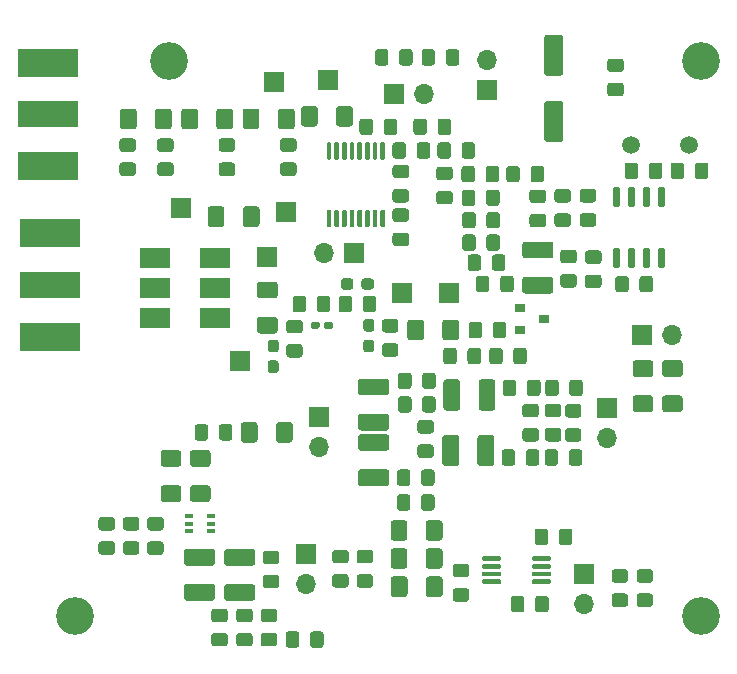
<source format=gbr>
G04 #@! TF.GenerationSoftware,KiCad,Pcbnew,5.1.6-c6e7f7d~86~ubuntu19.10.1*
G04 #@! TF.CreationDate,2021-01-18T20:18:48+01:00*
G04 #@! TF.ProjectId,receiver_test,72656365-6976-4657-925f-746573742e6b,rev?*
G04 #@! TF.SameCoordinates,Original*
G04 #@! TF.FileFunction,Soldermask,Top*
G04 #@! TF.FilePolarity,Negative*
%FSLAX46Y46*%
G04 Gerber Fmt 4.6, Leading zero omitted, Abs format (unit mm)*
G04 Created by KiCad (PCBNEW 5.1.6-c6e7f7d~86~ubuntu19.10.1) date 2021-01-18 20:18:48*
%MOMM*%
%LPD*%
G01*
G04 APERTURE LIST*
%ADD10O,1.700000X1.700000*%
%ADD11R,1.700000X1.700000*%
%ADD12R,5.080000X2.420000*%
%ADD13R,5.080000X2.290000*%
%ADD14C,1.500000*%
%ADD15R,2.540000X1.651000*%
%ADD16R,0.650000X0.400000*%
%ADD17R,0.900000X0.800000*%
%ADD18C,3.200000*%
G04 APERTURE END LIST*
D10*
X83120000Y-125000000D03*
D11*
X83120000Y-122460000D03*
D10*
X59580000Y-123300000D03*
D11*
X59580000Y-120760000D03*
G36*
G01*
X68050000Y-86149999D02*
X68050000Y-87050001D01*
G75*
G02*
X67800001Y-87300000I-249999J0D01*
G01*
X67149999Y-87300000D01*
G75*
G02*
X66900000Y-87050001I0J249999D01*
G01*
X66900000Y-86149999D01*
G75*
G02*
X67149999Y-85900000I249999J0D01*
G01*
X67800001Y-85900000D01*
G75*
G02*
X68050000Y-86149999I0J-249999D01*
G01*
G37*
G36*
G01*
X70100000Y-86149999D02*
X70100000Y-87050001D01*
G75*
G02*
X69850001Y-87300000I-249999J0D01*
G01*
X69199999Y-87300000D01*
G75*
G02*
X68950000Y-87050001I0J249999D01*
G01*
X68950000Y-86149999D01*
G75*
G02*
X69199999Y-85900000I249999J0D01*
G01*
X69850001Y-85900000D01*
G75*
G02*
X70100000Y-86149999I0J-249999D01*
G01*
G37*
G36*
G01*
X68050001Y-88950000D02*
X67149999Y-88950000D01*
G75*
G02*
X66900000Y-88700001I0J249999D01*
G01*
X66900000Y-88049999D01*
G75*
G02*
X67149999Y-87800000I249999J0D01*
G01*
X68050001Y-87800000D01*
G75*
G02*
X68300000Y-88049999I0J-249999D01*
G01*
X68300000Y-88700001D01*
G75*
G02*
X68050001Y-88950000I-249999J0D01*
G01*
G37*
G36*
G01*
X68050001Y-91000000D02*
X67149999Y-91000000D01*
G75*
G02*
X66900000Y-90750001I0J249999D01*
G01*
X66900000Y-90099999D01*
G75*
G02*
X67149999Y-89850000I249999J0D01*
G01*
X68050001Y-89850000D01*
G75*
G02*
X68300000Y-90099999I0J-249999D01*
G01*
X68300000Y-90750001D01*
G75*
G02*
X68050001Y-91000000I-249999J0D01*
G01*
G37*
G36*
G01*
X65250000Y-84149999D02*
X65250000Y-85050001D01*
G75*
G02*
X65000001Y-85300000I-249999J0D01*
G01*
X64349999Y-85300000D01*
G75*
G02*
X64100000Y-85050001I0J249999D01*
G01*
X64100000Y-84149999D01*
G75*
G02*
X64349999Y-83900000I249999J0D01*
G01*
X65000001Y-83900000D01*
G75*
G02*
X65250000Y-84149999I0J-249999D01*
G01*
G37*
G36*
G01*
X67300000Y-84149999D02*
X67300000Y-85050001D01*
G75*
G02*
X67050001Y-85300000I-249999J0D01*
G01*
X66399999Y-85300000D01*
G75*
G02*
X66150000Y-85050001I0J249999D01*
G01*
X66150000Y-84149999D01*
G75*
G02*
X66399999Y-83900000I249999J0D01*
G01*
X67050001Y-83900000D01*
G75*
G02*
X67300000Y-84149999I0J-249999D01*
G01*
G37*
G36*
G01*
X52200000Y-110910001D02*
X52200000Y-110009999D01*
G75*
G02*
X52449999Y-109760000I249999J0D01*
G01*
X53100001Y-109760000D01*
G75*
G02*
X53350000Y-110009999I0J-249999D01*
G01*
X53350000Y-110910001D01*
G75*
G02*
X53100001Y-111160000I-249999J0D01*
G01*
X52449999Y-111160000D01*
G75*
G02*
X52200000Y-110910001I0J249999D01*
G01*
G37*
G36*
G01*
X50150000Y-110910001D02*
X50150000Y-110009999D01*
G75*
G02*
X50399999Y-109760000I249999J0D01*
G01*
X51050001Y-109760000D01*
G75*
G02*
X51300000Y-110009999I0J-249999D01*
G01*
X51300000Y-110910001D01*
G75*
G02*
X51050001Y-111160000I-249999J0D01*
G01*
X50399999Y-111160000D01*
G75*
G02*
X50150000Y-110910001I0J249999D01*
G01*
G37*
G36*
G01*
X78070000Y-124549999D02*
X78070000Y-125450001D01*
G75*
G02*
X77820001Y-125700000I-249999J0D01*
G01*
X77169999Y-125700000D01*
G75*
G02*
X76920000Y-125450001I0J249999D01*
G01*
X76920000Y-124549999D01*
G75*
G02*
X77169999Y-124300000I249999J0D01*
G01*
X77820001Y-124300000D01*
G75*
G02*
X78070000Y-124549999I0J-249999D01*
G01*
G37*
G36*
G01*
X80120000Y-124549999D02*
X80120000Y-125450001D01*
G75*
G02*
X79870001Y-125700000I-249999J0D01*
G01*
X79219999Y-125700000D01*
G75*
G02*
X78970000Y-125450001I0J249999D01*
G01*
X78970000Y-124549999D01*
G75*
G02*
X79219999Y-124300000I249999J0D01*
G01*
X79870001Y-124300000D01*
G75*
G02*
X80120000Y-124549999I0J-249999D01*
G01*
G37*
G36*
G01*
X44319999Y-119680000D02*
X45220001Y-119680000D01*
G75*
G02*
X45470000Y-119929999I0J-249999D01*
G01*
X45470000Y-120580001D01*
G75*
G02*
X45220001Y-120830000I-249999J0D01*
G01*
X44319999Y-120830000D01*
G75*
G02*
X44070000Y-120580001I0J249999D01*
G01*
X44070000Y-119929999D01*
G75*
G02*
X44319999Y-119680000I249999J0D01*
G01*
G37*
G36*
G01*
X44319999Y-117630000D02*
X45220001Y-117630000D01*
G75*
G02*
X45470000Y-117879999I0J-249999D01*
G01*
X45470000Y-118530001D01*
G75*
G02*
X45220001Y-118780000I-249999J0D01*
G01*
X44319999Y-118780000D01*
G75*
G02*
X44070000Y-118530001I0J249999D01*
G01*
X44070000Y-117879999D01*
G75*
G02*
X44319999Y-117630000I249999J0D01*
G01*
G37*
G36*
G01*
X56890001Y-126540000D02*
X55989999Y-126540000D01*
G75*
G02*
X55740000Y-126290001I0J249999D01*
G01*
X55740000Y-125639999D01*
G75*
G02*
X55989999Y-125390000I249999J0D01*
G01*
X56890001Y-125390000D01*
G75*
G02*
X57140000Y-125639999I0J-249999D01*
G01*
X57140000Y-126290001D01*
G75*
G02*
X56890001Y-126540000I-249999J0D01*
G01*
G37*
G36*
G01*
X56890001Y-128590000D02*
X55989999Y-128590000D01*
G75*
G02*
X55740000Y-128340001I0J249999D01*
G01*
X55740000Y-127689999D01*
G75*
G02*
X55989999Y-127440000I249999J0D01*
G01*
X56890001Y-127440000D01*
G75*
G02*
X57140000Y-127689999I0J-249999D01*
G01*
X57140000Y-128340001D01*
G75*
G02*
X56890001Y-128590000I-249999J0D01*
G01*
G37*
G36*
G01*
X43150001Y-118780000D02*
X42249999Y-118780000D01*
G75*
G02*
X42000000Y-118530001I0J249999D01*
G01*
X42000000Y-117879999D01*
G75*
G02*
X42249999Y-117630000I249999J0D01*
G01*
X43150001Y-117630000D01*
G75*
G02*
X43400000Y-117879999I0J-249999D01*
G01*
X43400000Y-118530001D01*
G75*
G02*
X43150001Y-118780000I-249999J0D01*
G01*
G37*
G36*
G01*
X43150001Y-120830000D02*
X42249999Y-120830000D01*
G75*
G02*
X42000000Y-120580001I0J249999D01*
G01*
X42000000Y-119929999D01*
G75*
G02*
X42249999Y-119680000I249999J0D01*
G01*
X43150001Y-119680000D01*
G75*
G02*
X43400000Y-119929999I0J-249999D01*
G01*
X43400000Y-120580001D01*
G75*
G02*
X43150001Y-120830000I-249999J0D01*
G01*
G37*
G36*
G01*
X87809999Y-124100000D02*
X88710001Y-124100000D01*
G75*
G02*
X88960000Y-124349999I0J-249999D01*
G01*
X88960000Y-125000001D01*
G75*
G02*
X88710001Y-125250000I-249999J0D01*
G01*
X87809999Y-125250000D01*
G75*
G02*
X87560000Y-125000001I0J249999D01*
G01*
X87560000Y-124349999D01*
G75*
G02*
X87809999Y-124100000I249999J0D01*
G01*
G37*
G36*
G01*
X87809999Y-122050000D02*
X88710001Y-122050000D01*
G75*
G02*
X88960000Y-122299999I0J-249999D01*
G01*
X88960000Y-122950001D01*
G75*
G02*
X88710001Y-123200000I-249999J0D01*
G01*
X87809999Y-123200000D01*
G75*
G02*
X87560000Y-122950001I0J249999D01*
G01*
X87560000Y-122299999D01*
G75*
G02*
X87809999Y-122050000I249999J0D01*
G01*
G37*
G36*
G01*
X80080000Y-118859999D02*
X80080000Y-119760001D01*
G75*
G02*
X79830001Y-120010000I-249999J0D01*
G01*
X79179999Y-120010000D01*
G75*
G02*
X78930000Y-119760001I0J249999D01*
G01*
X78930000Y-118859999D01*
G75*
G02*
X79179999Y-118610000I249999J0D01*
G01*
X79830001Y-118610000D01*
G75*
G02*
X80080000Y-118859999I0J-249999D01*
G01*
G37*
G36*
G01*
X82130000Y-118859999D02*
X82130000Y-119760001D01*
G75*
G02*
X81880001Y-120010000I-249999J0D01*
G01*
X81229999Y-120010000D01*
G75*
G02*
X80980000Y-119760001I0J249999D01*
G01*
X80980000Y-118859999D01*
G75*
G02*
X81229999Y-118610000I249999J0D01*
G01*
X81880001Y-118610000D01*
G75*
G02*
X82130000Y-118859999I0J-249999D01*
G01*
G37*
G36*
G01*
X64109999Y-122460000D02*
X65010001Y-122460000D01*
G75*
G02*
X65260000Y-122709999I0J-249999D01*
G01*
X65260000Y-123360001D01*
G75*
G02*
X65010001Y-123610000I-249999J0D01*
G01*
X64109999Y-123610000D01*
G75*
G02*
X63860000Y-123360001I0J249999D01*
G01*
X63860000Y-122709999D01*
G75*
G02*
X64109999Y-122460000I249999J0D01*
G01*
G37*
G36*
G01*
X64109999Y-120410000D02*
X65010001Y-120410000D01*
G75*
G02*
X65260000Y-120659999I0J-249999D01*
G01*
X65260000Y-121310001D01*
G75*
G02*
X65010001Y-121560000I-249999J0D01*
G01*
X64109999Y-121560000D01*
G75*
G02*
X63860000Y-121310001I0J249999D01*
G01*
X63860000Y-120659999D01*
G75*
G02*
X64109999Y-120410000I249999J0D01*
G01*
G37*
G36*
G01*
X72350000Y-103549999D02*
X72350000Y-104450001D01*
G75*
G02*
X72100001Y-104700000I-249999J0D01*
G01*
X71449999Y-104700000D01*
G75*
G02*
X71200000Y-104450001I0J249999D01*
G01*
X71200000Y-103549999D01*
G75*
G02*
X71449999Y-103300000I249999J0D01*
G01*
X72100001Y-103300000D01*
G75*
G02*
X72350000Y-103549999I0J-249999D01*
G01*
G37*
G36*
G01*
X74400000Y-103549999D02*
X74400000Y-104450001D01*
G75*
G02*
X74150001Y-104700000I-249999J0D01*
G01*
X73499999Y-104700000D01*
G75*
G02*
X73250000Y-104450001I0J249999D01*
G01*
X73250000Y-103549999D01*
G75*
G02*
X73499999Y-103300000I249999J0D01*
G01*
X74150001Y-103300000D01*
G75*
G02*
X74400000Y-103549999I0J-249999D01*
G01*
G37*
G36*
G01*
X73950000Y-93949999D02*
X73950000Y-94850001D01*
G75*
G02*
X73700001Y-95100000I-249999J0D01*
G01*
X73049999Y-95100000D01*
G75*
G02*
X72800000Y-94850001I0J249999D01*
G01*
X72800000Y-93949999D01*
G75*
G02*
X73049999Y-93700000I249999J0D01*
G01*
X73700001Y-93700000D01*
G75*
G02*
X73950000Y-93949999I0J-249999D01*
G01*
G37*
G36*
G01*
X76000000Y-93949999D02*
X76000000Y-94850001D01*
G75*
G02*
X75750001Y-95100000I-249999J0D01*
G01*
X75099999Y-95100000D01*
G75*
G02*
X74850000Y-94850001I0J249999D01*
G01*
X74850000Y-93949999D01*
G75*
G02*
X75099999Y-93700000I249999J0D01*
G01*
X75750001Y-93700000D01*
G75*
G02*
X76000000Y-93949999I0J-249999D01*
G01*
G37*
G36*
G01*
X74850000Y-92950001D02*
X74850000Y-92049999D01*
G75*
G02*
X75099999Y-91800000I249999J0D01*
G01*
X75750001Y-91800000D01*
G75*
G02*
X76000000Y-92049999I0J-249999D01*
G01*
X76000000Y-92950001D01*
G75*
G02*
X75750001Y-93200000I-249999J0D01*
G01*
X75099999Y-93200000D01*
G75*
G02*
X74850000Y-92950001I0J249999D01*
G01*
G37*
G36*
G01*
X72800000Y-92950001D02*
X72800000Y-92049999D01*
G75*
G02*
X73049999Y-91800000I249999J0D01*
G01*
X73700001Y-91800000D01*
G75*
G02*
X73950000Y-92049999I0J-249999D01*
G01*
X73950000Y-92950001D01*
G75*
G02*
X73700001Y-93200000I-249999J0D01*
G01*
X73049999Y-93200000D01*
G75*
G02*
X72800000Y-92950001I0J249999D01*
G01*
G37*
G36*
G01*
X78749999Y-91950000D02*
X79650001Y-91950000D01*
G75*
G02*
X79900000Y-92199999I0J-249999D01*
G01*
X79900000Y-92850001D01*
G75*
G02*
X79650001Y-93100000I-249999J0D01*
G01*
X78749999Y-93100000D01*
G75*
G02*
X78500000Y-92850001I0J249999D01*
G01*
X78500000Y-92199999D01*
G75*
G02*
X78749999Y-91950000I249999J0D01*
G01*
G37*
G36*
G01*
X78749999Y-89900000D02*
X79650001Y-89900000D01*
G75*
G02*
X79900000Y-90149999I0J-249999D01*
G01*
X79900000Y-90800001D01*
G75*
G02*
X79650001Y-91050000I-249999J0D01*
G01*
X78749999Y-91050000D01*
G75*
G02*
X78500000Y-90800001I0J249999D01*
G01*
X78500000Y-90149999D01*
G75*
G02*
X78749999Y-89900000I249999J0D01*
G01*
G37*
G36*
G01*
X72750000Y-87050001D02*
X72750000Y-86149999D01*
G75*
G02*
X72999999Y-85900000I249999J0D01*
G01*
X73650001Y-85900000D01*
G75*
G02*
X73900000Y-86149999I0J-249999D01*
G01*
X73900000Y-87050001D01*
G75*
G02*
X73650001Y-87300000I-249999J0D01*
G01*
X72999999Y-87300000D01*
G75*
G02*
X72750000Y-87050001I0J249999D01*
G01*
G37*
G36*
G01*
X70700000Y-87050001D02*
X70700000Y-86149999D01*
G75*
G02*
X70949999Y-85900000I249999J0D01*
G01*
X71600001Y-85900000D01*
G75*
G02*
X71850000Y-86149999I0J-249999D01*
G01*
X71850000Y-87050001D01*
G75*
G02*
X71600001Y-87300000I-249999J0D01*
G01*
X70949999Y-87300000D01*
G75*
G02*
X70700000Y-87050001I0J249999D01*
G01*
G37*
G36*
G01*
X69820000Y-84139999D02*
X69820000Y-85040001D01*
G75*
G02*
X69570001Y-85290000I-249999J0D01*
G01*
X68919999Y-85290000D01*
G75*
G02*
X68670000Y-85040001I0J249999D01*
G01*
X68670000Y-84139999D01*
G75*
G02*
X68919999Y-83890000I249999J0D01*
G01*
X69570001Y-83890000D01*
G75*
G02*
X69820000Y-84139999I0J-249999D01*
G01*
G37*
G36*
G01*
X71870000Y-84139999D02*
X71870000Y-85040001D01*
G75*
G02*
X71620001Y-85290000I-249999J0D01*
G01*
X70969999Y-85290000D01*
G75*
G02*
X70720000Y-85040001I0J249999D01*
G01*
X70720000Y-84139999D01*
G75*
G02*
X70969999Y-83890000I249999J0D01*
G01*
X71620001Y-83890000D01*
G75*
G02*
X71870000Y-84139999I0J-249999D01*
G01*
G37*
G36*
G01*
X67149999Y-93550000D02*
X68050001Y-93550000D01*
G75*
G02*
X68300000Y-93799999I0J-249999D01*
G01*
X68300000Y-94450001D01*
G75*
G02*
X68050001Y-94700000I-249999J0D01*
G01*
X67149999Y-94700000D01*
G75*
G02*
X66900000Y-94450001I0J249999D01*
G01*
X66900000Y-93799999D01*
G75*
G02*
X67149999Y-93550000I249999J0D01*
G01*
G37*
G36*
G01*
X67149999Y-91500000D02*
X68050001Y-91500000D01*
G75*
G02*
X68300000Y-91749999I0J-249999D01*
G01*
X68300000Y-92400001D01*
G75*
G02*
X68050001Y-92650000I-249999J0D01*
G01*
X67149999Y-92650000D01*
G75*
G02*
X66900000Y-92400001I0J249999D01*
G01*
X66900000Y-91749999D01*
G75*
G02*
X67149999Y-91500000I249999J0D01*
G01*
G37*
G36*
G01*
X70510000Y-78259999D02*
X70510000Y-79160001D01*
G75*
G02*
X70260001Y-79410000I-249999J0D01*
G01*
X69609999Y-79410000D01*
G75*
G02*
X69360000Y-79160001I0J249999D01*
G01*
X69360000Y-78259999D01*
G75*
G02*
X69609999Y-78010000I249999J0D01*
G01*
X70260001Y-78010000D01*
G75*
G02*
X70510000Y-78259999I0J-249999D01*
G01*
G37*
G36*
G01*
X72560000Y-78259999D02*
X72560000Y-79160001D01*
G75*
G02*
X72310001Y-79410000I-249999J0D01*
G01*
X71659999Y-79410000D01*
G75*
G02*
X71410000Y-79160001I0J249999D01*
G01*
X71410000Y-78259999D01*
G75*
G02*
X71659999Y-78010000I249999J0D01*
G01*
X72310001Y-78010000D01*
G75*
G02*
X72560000Y-78259999I0J-249999D01*
G01*
G37*
G36*
G01*
X72249999Y-123640000D02*
X73150001Y-123640000D01*
G75*
G02*
X73400000Y-123889999I0J-249999D01*
G01*
X73400000Y-124540001D01*
G75*
G02*
X73150001Y-124790000I-249999J0D01*
G01*
X72249999Y-124790000D01*
G75*
G02*
X72000000Y-124540001I0J249999D01*
G01*
X72000000Y-123889999D01*
G75*
G02*
X72249999Y-123640000I249999J0D01*
G01*
G37*
G36*
G01*
X72249999Y-121590000D02*
X73150001Y-121590000D01*
G75*
G02*
X73400000Y-121839999I0J-249999D01*
G01*
X73400000Y-122490001D01*
G75*
G02*
X73150001Y-122740000I-249999J0D01*
G01*
X72249999Y-122740000D01*
G75*
G02*
X72000000Y-122490001I0J249999D01*
G01*
X72000000Y-121839999D01*
G75*
G02*
X72249999Y-121590000I249999J0D01*
G01*
G37*
G36*
G01*
X59910000Y-128460001D02*
X59910000Y-127559999D01*
G75*
G02*
X60159999Y-127310000I249999J0D01*
G01*
X60810001Y-127310000D01*
G75*
G02*
X61060000Y-127559999I0J-249999D01*
G01*
X61060000Y-128460001D01*
G75*
G02*
X60810001Y-128710000I-249999J0D01*
G01*
X60159999Y-128710000D01*
G75*
G02*
X59910000Y-128460001I0J249999D01*
G01*
G37*
G36*
G01*
X57860000Y-128460001D02*
X57860000Y-127559999D01*
G75*
G02*
X58109999Y-127310000I249999J0D01*
G01*
X58760001Y-127310000D01*
G75*
G02*
X59010000Y-127559999I0J-249999D01*
G01*
X59010000Y-128460001D01*
G75*
G02*
X58760001Y-128710000I-249999J0D01*
G01*
X58109999Y-128710000D01*
G75*
G02*
X57860000Y-128460001I0J249999D01*
G01*
G37*
G36*
G01*
X53909999Y-127440000D02*
X54810001Y-127440000D01*
G75*
G02*
X55060000Y-127689999I0J-249999D01*
G01*
X55060000Y-128340001D01*
G75*
G02*
X54810001Y-128590000I-249999J0D01*
G01*
X53909999Y-128590000D01*
G75*
G02*
X53660000Y-128340001I0J249999D01*
G01*
X53660000Y-127689999D01*
G75*
G02*
X53909999Y-127440000I249999J0D01*
G01*
G37*
G36*
G01*
X53909999Y-125390000D02*
X54810001Y-125390000D01*
G75*
G02*
X55060000Y-125639999I0J-249999D01*
G01*
X55060000Y-126290001D01*
G75*
G02*
X54810001Y-126540000I-249999J0D01*
G01*
X53909999Y-126540000D01*
G75*
G02*
X53660000Y-126290001I0J249999D01*
G01*
X53660000Y-125639999D01*
G75*
G02*
X53909999Y-125390000I249999J0D01*
G01*
G37*
G36*
G01*
X51809999Y-127440000D02*
X52710001Y-127440000D01*
G75*
G02*
X52960000Y-127689999I0J-249999D01*
G01*
X52960000Y-128340001D01*
G75*
G02*
X52710001Y-128590000I-249999J0D01*
G01*
X51809999Y-128590000D01*
G75*
G02*
X51560000Y-128340001I0J249999D01*
G01*
X51560000Y-127689999D01*
G75*
G02*
X51809999Y-127440000I249999J0D01*
G01*
G37*
G36*
G01*
X51809999Y-125390000D02*
X52710001Y-125390000D01*
G75*
G02*
X52960000Y-125639999I0J-249999D01*
G01*
X52960000Y-126290001D01*
G75*
G02*
X52710001Y-126540000I-249999J0D01*
G01*
X51809999Y-126540000D01*
G75*
G02*
X51560000Y-126290001I0J249999D01*
G01*
X51560000Y-125639999D01*
G75*
G02*
X51809999Y-125390000I249999J0D01*
G01*
G37*
G36*
G01*
X46379999Y-119680000D02*
X47280001Y-119680000D01*
G75*
G02*
X47530000Y-119929999I0J-249999D01*
G01*
X47530000Y-120580001D01*
G75*
G02*
X47280001Y-120830000I-249999J0D01*
G01*
X46379999Y-120830000D01*
G75*
G02*
X46130000Y-120580001I0J249999D01*
G01*
X46130000Y-119929999D01*
G75*
G02*
X46379999Y-119680000I249999J0D01*
G01*
G37*
G36*
G01*
X46379999Y-117630000D02*
X47280001Y-117630000D01*
G75*
G02*
X47530000Y-117879999I0J-249999D01*
G01*
X47530000Y-118530001D01*
G75*
G02*
X47280001Y-118780000I-249999J0D01*
G01*
X46379999Y-118780000D01*
G75*
G02*
X46130000Y-118530001I0J249999D01*
G01*
X46130000Y-117879999D01*
G75*
G02*
X46379999Y-117630000I249999J0D01*
G01*
G37*
G36*
G01*
X85699999Y-124100000D02*
X86600001Y-124100000D01*
G75*
G02*
X86850000Y-124349999I0J-249999D01*
G01*
X86850000Y-125000001D01*
G75*
G02*
X86600001Y-125250000I-249999J0D01*
G01*
X85699999Y-125250000D01*
G75*
G02*
X85450000Y-125000001I0J249999D01*
G01*
X85450000Y-124349999D01*
G75*
G02*
X85699999Y-124100000I249999J0D01*
G01*
G37*
G36*
G01*
X85699999Y-122050000D02*
X86600001Y-122050000D01*
G75*
G02*
X86850000Y-122299999I0J-249999D01*
G01*
X86850000Y-122950001D01*
G75*
G02*
X86600001Y-123200000I-249999J0D01*
G01*
X85699999Y-123200000D01*
G75*
G02*
X85450000Y-122950001I0J249999D01*
G01*
X85450000Y-122299999D01*
G75*
G02*
X85699999Y-122050000I249999J0D01*
G01*
G37*
G36*
G01*
X62039999Y-122460000D02*
X62940001Y-122460000D01*
G75*
G02*
X63190000Y-122709999I0J-249999D01*
G01*
X63190000Y-123360001D01*
G75*
G02*
X62940001Y-123610000I-249999J0D01*
G01*
X62039999Y-123610000D01*
G75*
G02*
X61790000Y-123360001I0J249999D01*
G01*
X61790000Y-122709999D01*
G75*
G02*
X62039999Y-122460000I249999J0D01*
G01*
G37*
G36*
G01*
X62039999Y-120410000D02*
X62940001Y-120410000D01*
G75*
G02*
X63190000Y-120659999I0J-249999D01*
G01*
X63190000Y-121310001D01*
G75*
G02*
X62940001Y-121560000I-249999J0D01*
G01*
X62039999Y-121560000D01*
G75*
G02*
X61790000Y-121310001I0J249999D01*
G01*
X61790000Y-120659999D01*
G75*
G02*
X62039999Y-120410000I249999J0D01*
G01*
G37*
G36*
G01*
X57070001Y-121620000D02*
X56169999Y-121620000D01*
G75*
G02*
X55920000Y-121370001I0J249999D01*
G01*
X55920000Y-120719999D01*
G75*
G02*
X56169999Y-120470000I249999J0D01*
G01*
X57070001Y-120470000D01*
G75*
G02*
X57320000Y-120719999I0J-249999D01*
G01*
X57320000Y-121370001D01*
G75*
G02*
X57070001Y-121620000I-249999J0D01*
G01*
G37*
G36*
G01*
X57070001Y-123670000D02*
X56169999Y-123670000D01*
G75*
G02*
X55920000Y-123420001I0J249999D01*
G01*
X55920000Y-122769999D01*
G75*
G02*
X56169999Y-122520000I249999J0D01*
G01*
X57070001Y-122520000D01*
G75*
G02*
X57320000Y-122769999I0J-249999D01*
G01*
X57320000Y-123420001D01*
G75*
G02*
X57070001Y-123670000I-249999J0D01*
G01*
G37*
G36*
G01*
X68422500Y-115949999D02*
X68422500Y-116850001D01*
G75*
G02*
X68172501Y-117100000I-249999J0D01*
G01*
X67522499Y-117100000D01*
G75*
G02*
X67272500Y-116850001I0J249999D01*
G01*
X67272500Y-115949999D01*
G75*
G02*
X67522499Y-115700000I249999J0D01*
G01*
X68172501Y-115700000D01*
G75*
G02*
X68422500Y-115949999I0J-249999D01*
G01*
G37*
G36*
G01*
X70472500Y-115949999D02*
X70472500Y-116850001D01*
G75*
G02*
X70222501Y-117100000I-249999J0D01*
G01*
X69572499Y-117100000D01*
G75*
G02*
X69322500Y-116850001I0J249999D01*
G01*
X69322500Y-115949999D01*
G75*
G02*
X69572499Y-115700000I249999J0D01*
G01*
X70222501Y-115700000D01*
G75*
G02*
X70472500Y-115949999I0J-249999D01*
G01*
G37*
G36*
G01*
X68422500Y-113849999D02*
X68422500Y-114750001D01*
G75*
G02*
X68172501Y-115000000I-249999J0D01*
G01*
X67522499Y-115000000D01*
G75*
G02*
X67272500Y-114750001I0J249999D01*
G01*
X67272500Y-113849999D01*
G75*
G02*
X67522499Y-113600000I249999J0D01*
G01*
X68172501Y-113600000D01*
G75*
G02*
X68422500Y-113849999I0J-249999D01*
G01*
G37*
G36*
G01*
X70472500Y-113849999D02*
X70472500Y-114750001D01*
G75*
G02*
X70222501Y-115000000I-249999J0D01*
G01*
X69572499Y-115000000D01*
G75*
G02*
X69322500Y-114750001I0J249999D01*
G01*
X69322500Y-113849999D01*
G75*
G02*
X69572499Y-113600000I249999J0D01*
G01*
X70222501Y-113600000D01*
G75*
G02*
X70472500Y-113849999I0J-249999D01*
G01*
G37*
G36*
G01*
X78187500Y-113050001D02*
X78187500Y-112149999D01*
G75*
G02*
X78437499Y-111900000I249999J0D01*
G01*
X79087501Y-111900000D01*
G75*
G02*
X79337500Y-112149999I0J-249999D01*
G01*
X79337500Y-113050001D01*
G75*
G02*
X79087501Y-113300000I-249999J0D01*
G01*
X78437499Y-113300000D01*
G75*
G02*
X78187500Y-113050001I0J249999D01*
G01*
G37*
G36*
G01*
X76137500Y-113050001D02*
X76137500Y-112149999D01*
G75*
G02*
X76387499Y-111900000I249999J0D01*
G01*
X77037501Y-111900000D01*
G75*
G02*
X77287500Y-112149999I0J-249999D01*
G01*
X77287500Y-113050001D01*
G75*
G02*
X77037501Y-113300000I-249999J0D01*
G01*
X76387499Y-113300000D01*
G75*
G02*
X76137500Y-113050001I0J249999D01*
G01*
G37*
G36*
G01*
X78149999Y-110087500D02*
X79050001Y-110087500D01*
G75*
G02*
X79300000Y-110337499I0J-249999D01*
G01*
X79300000Y-110987501D01*
G75*
G02*
X79050001Y-111237500I-249999J0D01*
G01*
X78149999Y-111237500D01*
G75*
G02*
X77900000Y-110987501I0J249999D01*
G01*
X77900000Y-110337499D01*
G75*
G02*
X78149999Y-110087500I249999J0D01*
G01*
G37*
G36*
G01*
X78149999Y-108037500D02*
X79050001Y-108037500D01*
G75*
G02*
X79300000Y-108287499I0J-249999D01*
G01*
X79300000Y-108937501D01*
G75*
G02*
X79050001Y-109187500I-249999J0D01*
G01*
X78149999Y-109187500D01*
G75*
G02*
X77900000Y-108937501I0J249999D01*
G01*
X77900000Y-108287499D01*
G75*
G02*
X78149999Y-108037500I249999J0D01*
G01*
G37*
G36*
G01*
X81749999Y-110112500D02*
X82650001Y-110112500D01*
G75*
G02*
X82900000Y-110362499I0J-249999D01*
G01*
X82900000Y-111012501D01*
G75*
G02*
X82650001Y-111262500I-249999J0D01*
G01*
X81749999Y-111262500D01*
G75*
G02*
X81500000Y-111012501I0J249999D01*
G01*
X81500000Y-110362499D01*
G75*
G02*
X81749999Y-110112500I249999J0D01*
G01*
G37*
G36*
G01*
X81749999Y-108062500D02*
X82650001Y-108062500D01*
G75*
G02*
X82900000Y-108312499I0J-249999D01*
G01*
X82900000Y-108962501D01*
G75*
G02*
X82650001Y-109212500I-249999J0D01*
G01*
X81749999Y-109212500D01*
G75*
G02*
X81500000Y-108962501I0J249999D01*
G01*
X81500000Y-108312499D01*
G75*
G02*
X81749999Y-108062500I249999J0D01*
G01*
G37*
G36*
G01*
X80049999Y-110087500D02*
X80950001Y-110087500D01*
G75*
G02*
X81200000Y-110337499I0J-249999D01*
G01*
X81200000Y-110987501D01*
G75*
G02*
X80950001Y-111237500I-249999J0D01*
G01*
X80049999Y-111237500D01*
G75*
G02*
X79800000Y-110987501I0J249999D01*
G01*
X79800000Y-110337499D01*
G75*
G02*
X80049999Y-110087500I249999J0D01*
G01*
G37*
G36*
G01*
X80049999Y-108037500D02*
X80950001Y-108037500D01*
G75*
G02*
X81200000Y-108287499I0J-249999D01*
G01*
X81200000Y-108937501D01*
G75*
G02*
X80950001Y-109187500I-249999J0D01*
G01*
X80049999Y-109187500D01*
G75*
G02*
X79800000Y-108937501I0J249999D01*
G01*
X79800000Y-108287499D01*
G75*
G02*
X80049999Y-108037500I249999J0D01*
G01*
G37*
G36*
G01*
X69412500Y-106550001D02*
X69412500Y-105649999D01*
G75*
G02*
X69662499Y-105400000I249999J0D01*
G01*
X70312501Y-105400000D01*
G75*
G02*
X70562500Y-105649999I0J-249999D01*
G01*
X70562500Y-106550001D01*
G75*
G02*
X70312501Y-106800000I-249999J0D01*
G01*
X69662499Y-106800000D01*
G75*
G02*
X69412500Y-106550001I0J249999D01*
G01*
G37*
G36*
G01*
X67362500Y-106550001D02*
X67362500Y-105649999D01*
G75*
G02*
X67612499Y-105400000I249999J0D01*
G01*
X68262501Y-105400000D01*
G75*
G02*
X68512500Y-105649999I0J-249999D01*
G01*
X68512500Y-106550001D01*
G75*
G02*
X68262501Y-106800000I-249999J0D01*
G01*
X67612499Y-106800000D01*
G75*
G02*
X67362500Y-106550001I0J249999D01*
G01*
G37*
G36*
G01*
X78287500Y-107150001D02*
X78287500Y-106249999D01*
G75*
G02*
X78537499Y-106000000I249999J0D01*
G01*
X79187501Y-106000000D01*
G75*
G02*
X79437500Y-106249999I0J-249999D01*
G01*
X79437500Y-107150001D01*
G75*
G02*
X79187501Y-107400000I-249999J0D01*
G01*
X78537499Y-107400000D01*
G75*
G02*
X78287500Y-107150001I0J249999D01*
G01*
G37*
G36*
G01*
X76237500Y-107150001D02*
X76237500Y-106249999D01*
G75*
G02*
X76487499Y-106000000I249999J0D01*
G01*
X77137501Y-106000000D01*
G75*
G02*
X77387500Y-106249999I0J-249999D01*
G01*
X77387500Y-107150001D01*
G75*
G02*
X77137501Y-107400000I-249999J0D01*
G01*
X76487499Y-107400000D01*
G75*
G02*
X76237500Y-107150001I0J249999D01*
G01*
G37*
G36*
G01*
X69412500Y-108550001D02*
X69412500Y-107649999D01*
G75*
G02*
X69662499Y-107400000I249999J0D01*
G01*
X70312501Y-107400000D01*
G75*
G02*
X70562500Y-107649999I0J-249999D01*
G01*
X70562500Y-108550001D01*
G75*
G02*
X70312501Y-108800000I-249999J0D01*
G01*
X69662499Y-108800000D01*
G75*
G02*
X69412500Y-108550001I0J249999D01*
G01*
G37*
G36*
G01*
X67362500Y-108550001D02*
X67362500Y-107649999D01*
G75*
G02*
X67612499Y-107400000I249999J0D01*
G01*
X68262501Y-107400000D01*
G75*
G02*
X68512500Y-107649999I0J-249999D01*
G01*
X68512500Y-108550001D01*
G75*
G02*
X68262501Y-108800000I-249999J0D01*
G01*
X67612499Y-108800000D01*
G75*
G02*
X67362500Y-108550001I0J249999D01*
G01*
G37*
G36*
G01*
X92500000Y-88770001D02*
X92500000Y-87869999D01*
G75*
G02*
X92749999Y-87620000I249999J0D01*
G01*
X93400001Y-87620000D01*
G75*
G02*
X93650000Y-87869999I0J-249999D01*
G01*
X93650000Y-88770001D01*
G75*
G02*
X93400001Y-89020000I-249999J0D01*
G01*
X92749999Y-89020000D01*
G75*
G02*
X92500000Y-88770001I0J249999D01*
G01*
G37*
G36*
G01*
X90450000Y-88770001D02*
X90450000Y-87869999D01*
G75*
G02*
X90699999Y-87620000I249999J0D01*
G01*
X91350001Y-87620000D01*
G75*
G02*
X91600000Y-87869999I0J-249999D01*
G01*
X91600000Y-88770001D01*
G75*
G02*
X91350001Y-89020000I-249999J0D01*
G01*
X90699999Y-89020000D01*
G75*
G02*
X90450000Y-88770001I0J249999D01*
G01*
G37*
G36*
G01*
X88600000Y-88770001D02*
X88600000Y-87869999D01*
G75*
G02*
X88849999Y-87620000I249999J0D01*
G01*
X89500001Y-87620000D01*
G75*
G02*
X89750000Y-87869999I0J-249999D01*
G01*
X89750000Y-88770001D01*
G75*
G02*
X89500001Y-89020000I-249999J0D01*
G01*
X88849999Y-89020000D01*
G75*
G02*
X88600000Y-88770001I0J249999D01*
G01*
G37*
G36*
G01*
X86550000Y-88770001D02*
X86550000Y-87869999D01*
G75*
G02*
X86799999Y-87620000I249999J0D01*
G01*
X87450001Y-87620000D01*
G75*
G02*
X87700000Y-87869999I0J-249999D01*
G01*
X87700000Y-88770001D01*
G75*
G02*
X87450001Y-89020000I-249999J0D01*
G01*
X86799999Y-89020000D01*
G75*
G02*
X86550000Y-88770001I0J249999D01*
G01*
G37*
G36*
G01*
X75387500Y-102250001D02*
X75387500Y-101349999D01*
G75*
G02*
X75637499Y-101100000I249999J0D01*
G01*
X76287501Y-101100000D01*
G75*
G02*
X76537500Y-101349999I0J-249999D01*
G01*
X76537500Y-102250001D01*
G75*
G02*
X76287501Y-102500000I-249999J0D01*
G01*
X75637499Y-102500000D01*
G75*
G02*
X75387500Y-102250001I0J249999D01*
G01*
G37*
G36*
G01*
X73337500Y-102250001D02*
X73337500Y-101349999D01*
G75*
G02*
X73587499Y-101100000I249999J0D01*
G01*
X74237501Y-101100000D01*
G75*
G02*
X74487500Y-101349999I0J-249999D01*
G01*
X74487500Y-102250001D01*
G75*
G02*
X74237501Y-102500000I-249999J0D01*
G01*
X73587499Y-102500000D01*
G75*
G02*
X73337500Y-102250001I0J249999D01*
G01*
G37*
G36*
G01*
X74412500Y-95649999D02*
X74412500Y-96550001D01*
G75*
G02*
X74162501Y-96800000I-249999J0D01*
G01*
X73512499Y-96800000D01*
G75*
G02*
X73262500Y-96550001I0J249999D01*
G01*
X73262500Y-95649999D01*
G75*
G02*
X73512499Y-95400000I249999J0D01*
G01*
X74162501Y-95400000D01*
G75*
G02*
X74412500Y-95649999I0J-249999D01*
G01*
G37*
G36*
G01*
X76462500Y-95649999D02*
X76462500Y-96550001D01*
G75*
G02*
X76212501Y-96800000I-249999J0D01*
G01*
X75562499Y-96800000D01*
G75*
G02*
X75312500Y-96550001I0J249999D01*
G01*
X75312500Y-95649999D01*
G75*
G02*
X75562499Y-95400000I249999J0D01*
G01*
X76212501Y-95400000D01*
G75*
G02*
X76462500Y-95649999I0J-249999D01*
G01*
G37*
G36*
G01*
X75112500Y-97449999D02*
X75112500Y-98350001D01*
G75*
G02*
X74862501Y-98600000I-249999J0D01*
G01*
X74212499Y-98600000D01*
G75*
G02*
X73962500Y-98350001I0J249999D01*
G01*
X73962500Y-97449999D01*
G75*
G02*
X74212499Y-97200000I249999J0D01*
G01*
X74862501Y-97200000D01*
G75*
G02*
X75112500Y-97449999I0J-249999D01*
G01*
G37*
G36*
G01*
X77162500Y-97449999D02*
X77162500Y-98350001D01*
G75*
G02*
X76912501Y-98600000I-249999J0D01*
G01*
X76262499Y-98600000D01*
G75*
G02*
X76012500Y-98350001I0J249999D01*
G01*
X76012500Y-97449999D01*
G75*
G02*
X76262499Y-97200000I249999J0D01*
G01*
X76912501Y-97200000D01*
G75*
G02*
X77162500Y-97449999I0J-249999D01*
G01*
G37*
G36*
G01*
X87810000Y-98360001D02*
X87810000Y-97459999D01*
G75*
G02*
X88059999Y-97210000I249999J0D01*
G01*
X88710001Y-97210000D01*
G75*
G02*
X88960000Y-97459999I0J-249999D01*
G01*
X88960000Y-98360001D01*
G75*
G02*
X88710001Y-98610000I-249999J0D01*
G01*
X88059999Y-98610000D01*
G75*
G02*
X87810000Y-98360001I0J249999D01*
G01*
G37*
G36*
G01*
X85760000Y-98360001D02*
X85760000Y-97459999D01*
G75*
G02*
X86009999Y-97210000I249999J0D01*
G01*
X86660001Y-97210000D01*
G75*
G02*
X86910000Y-97459999I0J-249999D01*
G01*
X86910000Y-98360001D01*
G75*
G02*
X86660001Y-98610000I-249999J0D01*
G01*
X86009999Y-98610000D01*
G75*
G02*
X85760000Y-98360001I0J249999D01*
G01*
G37*
G36*
G01*
X83449999Y-97112500D02*
X84350001Y-97112500D01*
G75*
G02*
X84600000Y-97362499I0J-249999D01*
G01*
X84600000Y-98012501D01*
G75*
G02*
X84350001Y-98262500I-249999J0D01*
G01*
X83449999Y-98262500D01*
G75*
G02*
X83200000Y-98012501I0J249999D01*
G01*
X83200000Y-97362499D01*
G75*
G02*
X83449999Y-97112500I249999J0D01*
G01*
G37*
G36*
G01*
X83449999Y-95062500D02*
X84350001Y-95062500D01*
G75*
G02*
X84600000Y-95312499I0J-249999D01*
G01*
X84600000Y-95962501D01*
G75*
G02*
X84350001Y-96212500I-249999J0D01*
G01*
X83449999Y-96212500D01*
G75*
G02*
X83200000Y-95962501I0J249999D01*
G01*
X83200000Y-95312499D01*
G75*
G02*
X83449999Y-95062500I249999J0D01*
G01*
G37*
G36*
G01*
X81349999Y-97050000D02*
X82250001Y-97050000D01*
G75*
G02*
X82500000Y-97299999I0J-249999D01*
G01*
X82500000Y-97950001D01*
G75*
G02*
X82250001Y-98200000I-249999J0D01*
G01*
X81349999Y-98200000D01*
G75*
G02*
X81100000Y-97950001I0J249999D01*
G01*
X81100000Y-97299999D01*
G75*
G02*
X81349999Y-97050000I249999J0D01*
G01*
G37*
G36*
G01*
X81349999Y-95000000D02*
X82250001Y-95000000D01*
G75*
G02*
X82500000Y-95249999I0J-249999D01*
G01*
X82500000Y-95900001D01*
G75*
G02*
X82250001Y-96150000I-249999J0D01*
G01*
X81349999Y-96150000D01*
G75*
G02*
X81100000Y-95900001I0J249999D01*
G01*
X81100000Y-95249999D01*
G75*
G02*
X81349999Y-95000000I249999J0D01*
G01*
G37*
G36*
G01*
X77687500Y-88149999D02*
X77687500Y-89050001D01*
G75*
G02*
X77437501Y-89300000I-249999J0D01*
G01*
X76787499Y-89300000D01*
G75*
G02*
X76537500Y-89050001I0J249999D01*
G01*
X76537500Y-88149999D01*
G75*
G02*
X76787499Y-87900000I249999J0D01*
G01*
X77437501Y-87900000D01*
G75*
G02*
X77687500Y-88149999I0J-249999D01*
G01*
G37*
G36*
G01*
X79737500Y-88149999D02*
X79737500Y-89050001D01*
G75*
G02*
X79487501Y-89300000I-249999J0D01*
G01*
X78837499Y-89300000D01*
G75*
G02*
X78587500Y-89050001I0J249999D01*
G01*
X78587500Y-88149999D01*
G75*
G02*
X78837499Y-87900000I249999J0D01*
G01*
X79487501Y-87900000D01*
G75*
G02*
X79737500Y-88149999I0J-249999D01*
G01*
G37*
G36*
G01*
X81750001Y-91012500D02*
X80849999Y-91012500D01*
G75*
G02*
X80600000Y-90762501I0J249999D01*
G01*
X80600000Y-90112499D01*
G75*
G02*
X80849999Y-89862500I249999J0D01*
G01*
X81750001Y-89862500D01*
G75*
G02*
X82000000Y-90112499I0J-249999D01*
G01*
X82000000Y-90762501D01*
G75*
G02*
X81750001Y-91012500I-249999J0D01*
G01*
G37*
G36*
G01*
X81750001Y-93062500D02*
X80849999Y-93062500D01*
G75*
G02*
X80600000Y-92812501I0J249999D01*
G01*
X80600000Y-92162499D01*
G75*
G02*
X80849999Y-91912500I249999J0D01*
G01*
X81750001Y-91912500D01*
G75*
G02*
X82000000Y-92162499I0J-249999D01*
G01*
X82000000Y-92812501D01*
G75*
G02*
X81750001Y-93062500I-249999J0D01*
G01*
G37*
G36*
G01*
X83900001Y-91000000D02*
X82999999Y-91000000D01*
G75*
G02*
X82750000Y-90750001I0J249999D01*
G01*
X82750000Y-90099999D01*
G75*
G02*
X82999999Y-89850000I249999J0D01*
G01*
X83900001Y-89850000D01*
G75*
G02*
X84150000Y-90099999I0J-249999D01*
G01*
X84150000Y-90750001D01*
G75*
G02*
X83900001Y-91000000I-249999J0D01*
G01*
G37*
G36*
G01*
X83900001Y-93050000D02*
X82999999Y-93050000D01*
G75*
G02*
X82750000Y-92800001I0J249999D01*
G01*
X82750000Y-92149999D01*
G75*
G02*
X82999999Y-91900000I249999J0D01*
G01*
X83900001Y-91900000D01*
G75*
G02*
X84150000Y-92149999I0J-249999D01*
G01*
X84150000Y-92800001D01*
G75*
G02*
X83900001Y-93050000I-249999J0D01*
G01*
G37*
G36*
G01*
X74787500Y-89050001D02*
X74787500Y-88149999D01*
G75*
G02*
X75037499Y-87900000I249999J0D01*
G01*
X75687501Y-87900000D01*
G75*
G02*
X75937500Y-88149999I0J-249999D01*
G01*
X75937500Y-89050001D01*
G75*
G02*
X75687501Y-89300000I-249999J0D01*
G01*
X75037499Y-89300000D01*
G75*
G02*
X74787500Y-89050001I0J249999D01*
G01*
G37*
G36*
G01*
X72737500Y-89050001D02*
X72737500Y-88149999D01*
G75*
G02*
X72987499Y-87900000I249999J0D01*
G01*
X73637501Y-87900000D01*
G75*
G02*
X73887500Y-88149999I0J-249999D01*
G01*
X73887500Y-89050001D01*
G75*
G02*
X73637501Y-89300000I-249999J0D01*
G01*
X72987499Y-89300000D01*
G75*
G02*
X72737500Y-89050001I0J249999D01*
G01*
G37*
G36*
G01*
X74812500Y-91050001D02*
X74812500Y-90149999D01*
G75*
G02*
X75062499Y-89900000I249999J0D01*
G01*
X75712501Y-89900000D01*
G75*
G02*
X75962500Y-90149999I0J-249999D01*
G01*
X75962500Y-91050001D01*
G75*
G02*
X75712501Y-91300000I-249999J0D01*
G01*
X75062499Y-91300000D01*
G75*
G02*
X74812500Y-91050001I0J249999D01*
G01*
G37*
G36*
G01*
X72762500Y-91050001D02*
X72762500Y-90149999D01*
G75*
G02*
X73012499Y-89900000I249999J0D01*
G01*
X73662501Y-89900000D01*
G75*
G02*
X73912500Y-90149999I0J-249999D01*
G01*
X73912500Y-91050001D01*
G75*
G02*
X73662501Y-91300000I-249999J0D01*
G01*
X73012499Y-91300000D01*
G75*
G02*
X72762500Y-91050001I0J249999D01*
G01*
G37*
G36*
G01*
X70849999Y-90012500D02*
X71750001Y-90012500D01*
G75*
G02*
X72000000Y-90262499I0J-249999D01*
G01*
X72000000Y-90912501D01*
G75*
G02*
X71750001Y-91162500I-249999J0D01*
G01*
X70849999Y-91162500D01*
G75*
G02*
X70600000Y-90912501I0J249999D01*
G01*
X70600000Y-90262499D01*
G75*
G02*
X70849999Y-90012500I249999J0D01*
G01*
G37*
G36*
G01*
X70849999Y-87962500D02*
X71750001Y-87962500D01*
G75*
G02*
X72000000Y-88212499I0J-249999D01*
G01*
X72000000Y-88862501D01*
G75*
G02*
X71750001Y-89112500I-249999J0D01*
G01*
X70849999Y-89112500D01*
G75*
G02*
X70600000Y-88862501I0J249999D01*
G01*
X70600000Y-88212499D01*
G75*
G02*
X70849999Y-87962500I249999J0D01*
G01*
G37*
G36*
G01*
X66249999Y-102912500D02*
X67150001Y-102912500D01*
G75*
G02*
X67400000Y-103162499I0J-249999D01*
G01*
X67400000Y-103812501D01*
G75*
G02*
X67150001Y-104062500I-249999J0D01*
G01*
X66249999Y-104062500D01*
G75*
G02*
X66000000Y-103812501I0J249999D01*
G01*
X66000000Y-103162499D01*
G75*
G02*
X66249999Y-102912500I249999J0D01*
G01*
G37*
G36*
G01*
X66249999Y-100862500D02*
X67150001Y-100862500D01*
G75*
G02*
X67400000Y-101112499I0J-249999D01*
G01*
X67400000Y-101762501D01*
G75*
G02*
X67150001Y-102012500I-249999J0D01*
G01*
X66249999Y-102012500D01*
G75*
G02*
X66000000Y-101762501I0J249999D01*
G01*
X66000000Y-101112499D01*
G75*
G02*
X66249999Y-100862500I249999J0D01*
G01*
G37*
G36*
G01*
X58149999Y-102987500D02*
X59050001Y-102987500D01*
G75*
G02*
X59300000Y-103237499I0J-249999D01*
G01*
X59300000Y-103887501D01*
G75*
G02*
X59050001Y-104137500I-249999J0D01*
G01*
X58149999Y-104137500D01*
G75*
G02*
X57900000Y-103887501I0J249999D01*
G01*
X57900000Y-103237499D01*
G75*
G02*
X58149999Y-102987500I249999J0D01*
G01*
G37*
G36*
G01*
X58149999Y-100937500D02*
X59050001Y-100937500D01*
G75*
G02*
X59300000Y-101187499I0J-249999D01*
G01*
X59300000Y-101837501D01*
G75*
G02*
X59050001Y-102087500I-249999J0D01*
G01*
X58149999Y-102087500D01*
G75*
G02*
X57900000Y-101837501I0J249999D01*
G01*
X57900000Y-101187499D01*
G75*
G02*
X58149999Y-100937500I249999J0D01*
G01*
G37*
G36*
G01*
X64387500Y-100050001D02*
X64387500Y-99149999D01*
G75*
G02*
X64637499Y-98900000I249999J0D01*
G01*
X65287501Y-98900000D01*
G75*
G02*
X65537500Y-99149999I0J-249999D01*
G01*
X65537500Y-100050001D01*
G75*
G02*
X65287501Y-100300000I-249999J0D01*
G01*
X64637499Y-100300000D01*
G75*
G02*
X64387500Y-100050001I0J249999D01*
G01*
G37*
G36*
G01*
X62337500Y-100050001D02*
X62337500Y-99149999D01*
G75*
G02*
X62587499Y-98900000I249999J0D01*
G01*
X63237501Y-98900000D01*
G75*
G02*
X63487500Y-99149999I0J-249999D01*
G01*
X63487500Y-100050001D01*
G75*
G02*
X63237501Y-100300000I-249999J0D01*
G01*
X62587499Y-100300000D01*
G75*
G02*
X62337500Y-100050001I0J249999D01*
G01*
G37*
G36*
G01*
X60487500Y-100050001D02*
X60487500Y-99149999D01*
G75*
G02*
X60737499Y-98900000I249999J0D01*
G01*
X61387501Y-98900000D01*
G75*
G02*
X61637500Y-99149999I0J-249999D01*
G01*
X61637500Y-100050001D01*
G75*
G02*
X61387501Y-100300000I-249999J0D01*
G01*
X60737499Y-100300000D01*
G75*
G02*
X60487500Y-100050001I0J249999D01*
G01*
G37*
G36*
G01*
X58437500Y-100050001D02*
X58437500Y-99149999D01*
G75*
G02*
X58687499Y-98900000I249999J0D01*
G01*
X59337501Y-98900000D01*
G75*
G02*
X59587500Y-99149999I0J-249999D01*
G01*
X59587500Y-100050001D01*
G75*
G02*
X59337501Y-100300000I-249999J0D01*
G01*
X58687499Y-100300000D01*
G75*
G02*
X58437500Y-100050001I0J249999D01*
G01*
G37*
G36*
G01*
X57625999Y-87611500D02*
X58526001Y-87611500D01*
G75*
G02*
X58776000Y-87861499I0J-249999D01*
G01*
X58776000Y-88511501D01*
G75*
G02*
X58526001Y-88761500I-249999J0D01*
G01*
X57625999Y-88761500D01*
G75*
G02*
X57376000Y-88511501I0J249999D01*
G01*
X57376000Y-87861499D01*
G75*
G02*
X57625999Y-87611500I249999J0D01*
G01*
G37*
G36*
G01*
X57625999Y-85561500D02*
X58526001Y-85561500D01*
G75*
G02*
X58776000Y-85811499I0J-249999D01*
G01*
X58776000Y-86461501D01*
G75*
G02*
X58526001Y-86711500I-249999J0D01*
G01*
X57625999Y-86711500D01*
G75*
G02*
X57376000Y-86461501I0J249999D01*
G01*
X57376000Y-85811499D01*
G75*
G02*
X57625999Y-85561500I249999J0D01*
G01*
G37*
G36*
G01*
X52425999Y-87611500D02*
X53326001Y-87611500D01*
G75*
G02*
X53576000Y-87861499I0J-249999D01*
G01*
X53576000Y-88511501D01*
G75*
G02*
X53326001Y-88761500I-249999J0D01*
G01*
X52425999Y-88761500D01*
G75*
G02*
X52176000Y-88511501I0J249999D01*
G01*
X52176000Y-87861499D01*
G75*
G02*
X52425999Y-87611500I249999J0D01*
G01*
G37*
G36*
G01*
X52425999Y-85561500D02*
X53326001Y-85561500D01*
G75*
G02*
X53576000Y-85811499I0J-249999D01*
G01*
X53576000Y-86461501D01*
G75*
G02*
X53326001Y-86711500I-249999J0D01*
G01*
X52425999Y-86711500D01*
G75*
G02*
X52176000Y-86461501I0J249999D01*
G01*
X52176000Y-85811499D01*
G75*
G02*
X52425999Y-85561500I249999J0D01*
G01*
G37*
G36*
G01*
X47225999Y-87611500D02*
X48126001Y-87611500D01*
G75*
G02*
X48376000Y-87861499I0J-249999D01*
G01*
X48376000Y-88511501D01*
G75*
G02*
X48126001Y-88761500I-249999J0D01*
G01*
X47225999Y-88761500D01*
G75*
G02*
X46976000Y-88511501I0J249999D01*
G01*
X46976000Y-87861499D01*
G75*
G02*
X47225999Y-87611500I249999J0D01*
G01*
G37*
G36*
G01*
X47225999Y-85561500D02*
X48126001Y-85561500D01*
G75*
G02*
X48376000Y-85811499I0J-249999D01*
G01*
X48376000Y-86461501D01*
G75*
G02*
X48126001Y-86711500I-249999J0D01*
G01*
X47225999Y-86711500D01*
G75*
G02*
X46976000Y-86461501I0J249999D01*
G01*
X46976000Y-85811499D01*
G75*
G02*
X47225999Y-85561500I249999J0D01*
G01*
G37*
G36*
G01*
X44025999Y-87611500D02*
X44926001Y-87611500D01*
G75*
G02*
X45176000Y-87861499I0J-249999D01*
G01*
X45176000Y-88511501D01*
G75*
G02*
X44926001Y-88761500I-249999J0D01*
G01*
X44025999Y-88761500D01*
G75*
G02*
X43776000Y-88511501I0J249999D01*
G01*
X43776000Y-87861499D01*
G75*
G02*
X44025999Y-87611500I249999J0D01*
G01*
G37*
G36*
G01*
X44025999Y-85561500D02*
X44926001Y-85561500D01*
G75*
G02*
X45176000Y-85811499I0J-249999D01*
G01*
X45176000Y-86461501D01*
G75*
G02*
X44926001Y-86711500I-249999J0D01*
G01*
X44025999Y-86711500D01*
G75*
G02*
X43776000Y-86461501I0J249999D01*
G01*
X43776000Y-85811499D01*
G75*
G02*
X44025999Y-85561500I249999J0D01*
G01*
G37*
G36*
G01*
X86240001Y-79960000D02*
X85339999Y-79960000D01*
G75*
G02*
X85090000Y-79710001I0J249999D01*
G01*
X85090000Y-79059999D01*
G75*
G02*
X85339999Y-78810000I249999J0D01*
G01*
X86240001Y-78810000D01*
G75*
G02*
X86490000Y-79059999I0J-249999D01*
G01*
X86490000Y-79710001D01*
G75*
G02*
X86240001Y-79960000I-249999J0D01*
G01*
G37*
G36*
G01*
X86240001Y-82010000D02*
X85339999Y-82010000D01*
G75*
G02*
X85090000Y-81760001I0J249999D01*
G01*
X85090000Y-81109999D01*
G75*
G02*
X85339999Y-80860000I249999J0D01*
G01*
X86240001Y-80860000D01*
G75*
G02*
X86490000Y-81109999I0J-249999D01*
G01*
X86490000Y-81760001D01*
G75*
G02*
X86240001Y-82010000I-249999J0D01*
G01*
G37*
G36*
G01*
X57035000Y-111085000D02*
X57035000Y-109835000D01*
G75*
G02*
X57285000Y-109585000I250000J0D01*
G01*
X58210000Y-109585000D01*
G75*
G02*
X58460000Y-109835000I0J-250000D01*
G01*
X58460000Y-111085000D01*
G75*
G02*
X58210000Y-111335000I-250000J0D01*
G01*
X57285000Y-111335000D01*
G75*
G02*
X57035000Y-111085000I0J250000D01*
G01*
G37*
G36*
G01*
X54060000Y-111085000D02*
X54060000Y-109835000D01*
G75*
G02*
X54310000Y-109585000I250000J0D01*
G01*
X55235000Y-109585000D01*
G75*
G02*
X55485000Y-109835000I0J-250000D01*
G01*
X55485000Y-111085000D01*
G75*
G02*
X55235000Y-111335000I-250000J0D01*
G01*
X54310000Y-111335000D01*
G75*
G02*
X54060000Y-111085000I0J250000D01*
G01*
G37*
G36*
G01*
X51245000Y-113385000D02*
X49995000Y-113385000D01*
G75*
G02*
X49745000Y-113135000I0J250000D01*
G01*
X49745000Y-112210000D01*
G75*
G02*
X49995000Y-111960000I250000J0D01*
G01*
X51245000Y-111960000D01*
G75*
G02*
X51495000Y-112210000I0J-250000D01*
G01*
X51495000Y-113135000D01*
G75*
G02*
X51245000Y-113385000I-250000J0D01*
G01*
G37*
G36*
G01*
X51245000Y-116360000D02*
X49995000Y-116360000D01*
G75*
G02*
X49745000Y-116110000I0J250000D01*
G01*
X49745000Y-115185000D01*
G75*
G02*
X49995000Y-114935000I250000J0D01*
G01*
X51245000Y-114935000D01*
G75*
G02*
X51495000Y-115185000I0J-250000D01*
G01*
X51495000Y-116110000D01*
G75*
G02*
X51245000Y-116360000I-250000J0D01*
G01*
G37*
G36*
G01*
X68175000Y-122905000D02*
X68175000Y-124155000D01*
G75*
G02*
X67925000Y-124405000I-250000J0D01*
G01*
X67000000Y-124405000D01*
G75*
G02*
X66750000Y-124155000I0J250000D01*
G01*
X66750000Y-122905000D01*
G75*
G02*
X67000000Y-122655000I250000J0D01*
G01*
X67925000Y-122655000D01*
G75*
G02*
X68175000Y-122905000I0J-250000D01*
G01*
G37*
G36*
G01*
X71150000Y-122905000D02*
X71150000Y-124155000D01*
G75*
G02*
X70900000Y-124405000I-250000J0D01*
G01*
X69975000Y-124405000D01*
G75*
G02*
X69725000Y-124155000I0J250000D01*
G01*
X69725000Y-122905000D01*
G75*
G02*
X69975000Y-122655000I250000J0D01*
G01*
X70900000Y-122655000D01*
G75*
G02*
X71150000Y-122905000I0J-250000D01*
G01*
G37*
G36*
G01*
X48765000Y-113385000D02*
X47515000Y-113385000D01*
G75*
G02*
X47265000Y-113135000I0J250000D01*
G01*
X47265000Y-112210000D01*
G75*
G02*
X47515000Y-111960000I250000J0D01*
G01*
X48765000Y-111960000D01*
G75*
G02*
X49015000Y-112210000I0J-250000D01*
G01*
X49015000Y-113135000D01*
G75*
G02*
X48765000Y-113385000I-250000J0D01*
G01*
G37*
G36*
G01*
X48765000Y-116360000D02*
X47515000Y-116360000D01*
G75*
G02*
X47265000Y-116110000I0J250000D01*
G01*
X47265000Y-115185000D01*
G75*
G02*
X47515000Y-114935000I250000J0D01*
G01*
X48765000Y-114935000D01*
G75*
G02*
X49015000Y-115185000I0J-250000D01*
G01*
X49015000Y-116110000D01*
G75*
G02*
X48765000Y-116360000I-250000J0D01*
G01*
G37*
G36*
G01*
X68165000Y-120515000D02*
X68165000Y-121765000D01*
G75*
G02*
X67915000Y-122015000I-250000J0D01*
G01*
X66990000Y-122015000D01*
G75*
G02*
X66740000Y-121765000I0J250000D01*
G01*
X66740000Y-120515000D01*
G75*
G02*
X66990000Y-120265000I250000J0D01*
G01*
X67915000Y-120265000D01*
G75*
G02*
X68165000Y-120515000I0J-250000D01*
G01*
G37*
G36*
G01*
X71140000Y-120515000D02*
X71140000Y-121765000D01*
G75*
G02*
X70890000Y-122015000I-250000J0D01*
G01*
X69965000Y-122015000D01*
G75*
G02*
X69715000Y-121765000I0J250000D01*
G01*
X69715000Y-120515000D01*
G75*
G02*
X69965000Y-120265000I250000J0D01*
G01*
X70890000Y-120265000D01*
G75*
G02*
X71140000Y-120515000I0J-250000D01*
G01*
G37*
G36*
G01*
X91225000Y-105775000D02*
X89975000Y-105775000D01*
G75*
G02*
X89725000Y-105525000I0J250000D01*
G01*
X89725000Y-104600000D01*
G75*
G02*
X89975000Y-104350000I250000J0D01*
G01*
X91225000Y-104350000D01*
G75*
G02*
X91475000Y-104600000I0J-250000D01*
G01*
X91475000Y-105525000D01*
G75*
G02*
X91225000Y-105775000I-250000J0D01*
G01*
G37*
G36*
G01*
X91225000Y-108750000D02*
X89975000Y-108750000D01*
G75*
G02*
X89725000Y-108500000I0J250000D01*
G01*
X89725000Y-107575000D01*
G75*
G02*
X89975000Y-107325000I250000J0D01*
G01*
X91225000Y-107325000D01*
G75*
G02*
X91475000Y-107575000I0J-250000D01*
G01*
X91475000Y-108500000D01*
G75*
G02*
X91225000Y-108750000I-250000J0D01*
G01*
G37*
G36*
G01*
X69575000Y-101175000D02*
X69575000Y-102425000D01*
G75*
G02*
X69325000Y-102675000I-250000J0D01*
G01*
X68400000Y-102675000D01*
G75*
G02*
X68150000Y-102425000I0J250000D01*
G01*
X68150000Y-101175000D01*
G75*
G02*
X68400000Y-100925000I250000J0D01*
G01*
X69325000Y-100925000D01*
G75*
G02*
X69575000Y-101175000I0J-250000D01*
G01*
G37*
G36*
G01*
X72550000Y-101175000D02*
X72550000Y-102425000D01*
G75*
G02*
X72300000Y-102675000I-250000J0D01*
G01*
X71375000Y-102675000D01*
G75*
G02*
X71125000Y-102425000I0J250000D01*
G01*
X71125000Y-101175000D01*
G75*
G02*
X71375000Y-100925000I250000J0D01*
G01*
X72300000Y-100925000D01*
G75*
G02*
X72550000Y-101175000I0J-250000D01*
G01*
G37*
G36*
G01*
X88725000Y-105775000D02*
X87475000Y-105775000D01*
G75*
G02*
X87225000Y-105525000I0J250000D01*
G01*
X87225000Y-104600000D01*
G75*
G02*
X87475000Y-104350000I250000J0D01*
G01*
X88725000Y-104350000D01*
G75*
G02*
X88975000Y-104600000I0J-250000D01*
G01*
X88975000Y-105525000D01*
G75*
G02*
X88725000Y-105775000I-250000J0D01*
G01*
G37*
G36*
G01*
X88725000Y-108750000D02*
X87475000Y-108750000D01*
G75*
G02*
X87225000Y-108500000I0J250000D01*
G01*
X87225000Y-107575000D01*
G75*
G02*
X87475000Y-107325000I250000J0D01*
G01*
X88725000Y-107325000D01*
G75*
G02*
X88975000Y-107575000I0J-250000D01*
G01*
X88975000Y-108500000D01*
G75*
G02*
X88725000Y-108750000I-250000J0D01*
G01*
G37*
G36*
G01*
X56925000Y-99125000D02*
X55675000Y-99125000D01*
G75*
G02*
X55425000Y-98875000I0J250000D01*
G01*
X55425000Y-97950000D01*
G75*
G02*
X55675000Y-97700000I250000J0D01*
G01*
X56925000Y-97700000D01*
G75*
G02*
X57175000Y-97950000I0J-250000D01*
G01*
X57175000Y-98875000D01*
G75*
G02*
X56925000Y-99125000I-250000J0D01*
G01*
G37*
G36*
G01*
X56925000Y-102100000D02*
X55675000Y-102100000D01*
G75*
G02*
X55425000Y-101850000I0J250000D01*
G01*
X55425000Y-100925000D01*
G75*
G02*
X55675000Y-100675000I250000J0D01*
G01*
X56925000Y-100675000D01*
G75*
G02*
X57175000Y-100925000I0J-250000D01*
G01*
X57175000Y-101850000D01*
G75*
G02*
X56925000Y-102100000I-250000J0D01*
G01*
G37*
G36*
G01*
X54225000Y-92825000D02*
X54225000Y-91575000D01*
G75*
G02*
X54475000Y-91325000I250000J0D01*
G01*
X55400000Y-91325000D01*
G75*
G02*
X55650000Y-91575000I0J-250000D01*
G01*
X55650000Y-92825000D01*
G75*
G02*
X55400000Y-93075000I-250000J0D01*
G01*
X54475000Y-93075000D01*
G75*
G02*
X54225000Y-92825000I0J250000D01*
G01*
G37*
G36*
G01*
X51250000Y-92825000D02*
X51250000Y-91575000D01*
G75*
G02*
X51500000Y-91325000I250000J0D01*
G01*
X52425000Y-91325000D01*
G75*
G02*
X52675000Y-91575000I0J-250000D01*
G01*
X52675000Y-92825000D01*
G75*
G02*
X52425000Y-93075000I-250000J0D01*
G01*
X51500000Y-93075000D01*
G75*
G02*
X51250000Y-92825000I0J250000D01*
G01*
G37*
G36*
G01*
X62125000Y-84325000D02*
X62125000Y-83075000D01*
G75*
G02*
X62375000Y-82825000I250000J0D01*
G01*
X63300000Y-82825000D01*
G75*
G02*
X63550000Y-83075000I0J-250000D01*
G01*
X63550000Y-84325000D01*
G75*
G02*
X63300000Y-84575000I-250000J0D01*
G01*
X62375000Y-84575000D01*
G75*
G02*
X62125000Y-84325000I0J250000D01*
G01*
G37*
G36*
G01*
X59150000Y-84325000D02*
X59150000Y-83075000D01*
G75*
G02*
X59400000Y-82825000I250000J0D01*
G01*
X60325000Y-82825000D01*
G75*
G02*
X60575000Y-83075000I0J-250000D01*
G01*
X60575000Y-84325000D01*
G75*
G02*
X60325000Y-84575000I-250000J0D01*
G01*
X59400000Y-84575000D01*
G75*
G02*
X59150000Y-84325000I0J250000D01*
G01*
G37*
D12*
X37900000Y-102380000D03*
X37900000Y-93620000D03*
D13*
X37900000Y-98000000D03*
D12*
X37696000Y-87916000D03*
X37696000Y-79156000D03*
D13*
X37696000Y-83536000D03*
G36*
G01*
X68165000Y-118145000D02*
X68165000Y-119395000D01*
G75*
G02*
X67915000Y-119645000I-250000J0D01*
G01*
X66990000Y-119645000D01*
G75*
G02*
X66740000Y-119395000I0J250000D01*
G01*
X66740000Y-118145000D01*
G75*
G02*
X66990000Y-117895000I250000J0D01*
G01*
X67915000Y-117895000D01*
G75*
G02*
X68165000Y-118145000I0J-250000D01*
G01*
G37*
G36*
G01*
X71140000Y-118145000D02*
X71140000Y-119395000D01*
G75*
G02*
X70890000Y-119645000I-250000J0D01*
G01*
X69965000Y-119645000D01*
G75*
G02*
X69715000Y-119395000I0J250000D01*
G01*
X69715000Y-118145000D01*
G75*
G02*
X69965000Y-117895000I250000J0D01*
G01*
X70890000Y-117895000D01*
G75*
G02*
X71140000Y-118145000I0J-250000D01*
G01*
G37*
G36*
G01*
X61117500Y-101560000D02*
X61117500Y-101240000D01*
G75*
G02*
X61277500Y-101080000I160000J0D01*
G01*
X61722500Y-101080000D01*
G75*
G02*
X61882500Y-101240000I0J-160000D01*
G01*
X61882500Y-101560000D01*
G75*
G02*
X61722500Y-101720000I-160000J0D01*
G01*
X61277500Y-101720000D01*
G75*
G02*
X61117500Y-101560000I0J160000D01*
G01*
G37*
G36*
G01*
X59972500Y-101560000D02*
X59972500Y-101240000D01*
G75*
G02*
X60132500Y-101080000I160000J0D01*
G01*
X60577500Y-101080000D01*
G75*
G02*
X60737500Y-101240000I0J-160000D01*
G01*
X60737500Y-101560000D01*
G75*
G02*
X60577500Y-101720000I-160000J0D01*
G01*
X60132500Y-101720000D01*
G75*
G02*
X59972500Y-101560000I0J160000D01*
G01*
G37*
D14*
X92000000Y-86130000D03*
X87120000Y-86130000D03*
G36*
G01*
X65975000Y-91625000D02*
X66175000Y-91625000D01*
G75*
G02*
X66275000Y-91725000I0J-100000D01*
G01*
X66275000Y-93000000D01*
G75*
G02*
X66175000Y-93100000I-100000J0D01*
G01*
X65975000Y-93100000D01*
G75*
G02*
X65875000Y-93000000I0J100000D01*
G01*
X65875000Y-91725000D01*
G75*
G02*
X65975000Y-91625000I100000J0D01*
G01*
G37*
G36*
G01*
X65325000Y-91625000D02*
X65525000Y-91625000D01*
G75*
G02*
X65625000Y-91725000I0J-100000D01*
G01*
X65625000Y-93000000D01*
G75*
G02*
X65525000Y-93100000I-100000J0D01*
G01*
X65325000Y-93100000D01*
G75*
G02*
X65225000Y-93000000I0J100000D01*
G01*
X65225000Y-91725000D01*
G75*
G02*
X65325000Y-91625000I100000J0D01*
G01*
G37*
G36*
G01*
X64675000Y-91625000D02*
X64875000Y-91625000D01*
G75*
G02*
X64975000Y-91725000I0J-100000D01*
G01*
X64975000Y-93000000D01*
G75*
G02*
X64875000Y-93100000I-100000J0D01*
G01*
X64675000Y-93100000D01*
G75*
G02*
X64575000Y-93000000I0J100000D01*
G01*
X64575000Y-91725000D01*
G75*
G02*
X64675000Y-91625000I100000J0D01*
G01*
G37*
G36*
G01*
X64025000Y-91625000D02*
X64225000Y-91625000D01*
G75*
G02*
X64325000Y-91725000I0J-100000D01*
G01*
X64325000Y-93000000D01*
G75*
G02*
X64225000Y-93100000I-100000J0D01*
G01*
X64025000Y-93100000D01*
G75*
G02*
X63925000Y-93000000I0J100000D01*
G01*
X63925000Y-91725000D01*
G75*
G02*
X64025000Y-91625000I100000J0D01*
G01*
G37*
G36*
G01*
X63375000Y-91625000D02*
X63575000Y-91625000D01*
G75*
G02*
X63675000Y-91725000I0J-100000D01*
G01*
X63675000Y-93000000D01*
G75*
G02*
X63575000Y-93100000I-100000J0D01*
G01*
X63375000Y-93100000D01*
G75*
G02*
X63275000Y-93000000I0J100000D01*
G01*
X63275000Y-91725000D01*
G75*
G02*
X63375000Y-91625000I100000J0D01*
G01*
G37*
G36*
G01*
X62725000Y-91625000D02*
X62925000Y-91625000D01*
G75*
G02*
X63025000Y-91725000I0J-100000D01*
G01*
X63025000Y-93000000D01*
G75*
G02*
X62925000Y-93100000I-100000J0D01*
G01*
X62725000Y-93100000D01*
G75*
G02*
X62625000Y-93000000I0J100000D01*
G01*
X62625000Y-91725000D01*
G75*
G02*
X62725000Y-91625000I100000J0D01*
G01*
G37*
G36*
G01*
X62075000Y-91625000D02*
X62275000Y-91625000D01*
G75*
G02*
X62375000Y-91725000I0J-100000D01*
G01*
X62375000Y-93000000D01*
G75*
G02*
X62275000Y-93100000I-100000J0D01*
G01*
X62075000Y-93100000D01*
G75*
G02*
X61975000Y-93000000I0J100000D01*
G01*
X61975000Y-91725000D01*
G75*
G02*
X62075000Y-91625000I100000J0D01*
G01*
G37*
G36*
G01*
X61425000Y-91625000D02*
X61625000Y-91625000D01*
G75*
G02*
X61725000Y-91725000I0J-100000D01*
G01*
X61725000Y-93000000D01*
G75*
G02*
X61625000Y-93100000I-100000J0D01*
G01*
X61425000Y-93100000D01*
G75*
G02*
X61325000Y-93000000I0J100000D01*
G01*
X61325000Y-91725000D01*
G75*
G02*
X61425000Y-91625000I100000J0D01*
G01*
G37*
G36*
G01*
X61425000Y-85900000D02*
X61625000Y-85900000D01*
G75*
G02*
X61725000Y-86000000I0J-100000D01*
G01*
X61725000Y-87275000D01*
G75*
G02*
X61625000Y-87375000I-100000J0D01*
G01*
X61425000Y-87375000D01*
G75*
G02*
X61325000Y-87275000I0J100000D01*
G01*
X61325000Y-86000000D01*
G75*
G02*
X61425000Y-85900000I100000J0D01*
G01*
G37*
G36*
G01*
X62075000Y-85900000D02*
X62275000Y-85900000D01*
G75*
G02*
X62375000Y-86000000I0J-100000D01*
G01*
X62375000Y-87275000D01*
G75*
G02*
X62275000Y-87375000I-100000J0D01*
G01*
X62075000Y-87375000D01*
G75*
G02*
X61975000Y-87275000I0J100000D01*
G01*
X61975000Y-86000000D01*
G75*
G02*
X62075000Y-85900000I100000J0D01*
G01*
G37*
G36*
G01*
X62725000Y-85900000D02*
X62925000Y-85900000D01*
G75*
G02*
X63025000Y-86000000I0J-100000D01*
G01*
X63025000Y-87275000D01*
G75*
G02*
X62925000Y-87375000I-100000J0D01*
G01*
X62725000Y-87375000D01*
G75*
G02*
X62625000Y-87275000I0J100000D01*
G01*
X62625000Y-86000000D01*
G75*
G02*
X62725000Y-85900000I100000J0D01*
G01*
G37*
G36*
G01*
X63375000Y-85900000D02*
X63575000Y-85900000D01*
G75*
G02*
X63675000Y-86000000I0J-100000D01*
G01*
X63675000Y-87275000D01*
G75*
G02*
X63575000Y-87375000I-100000J0D01*
G01*
X63375000Y-87375000D01*
G75*
G02*
X63275000Y-87275000I0J100000D01*
G01*
X63275000Y-86000000D01*
G75*
G02*
X63375000Y-85900000I100000J0D01*
G01*
G37*
G36*
G01*
X64025000Y-85900000D02*
X64225000Y-85900000D01*
G75*
G02*
X64325000Y-86000000I0J-100000D01*
G01*
X64325000Y-87275000D01*
G75*
G02*
X64225000Y-87375000I-100000J0D01*
G01*
X64025000Y-87375000D01*
G75*
G02*
X63925000Y-87275000I0J100000D01*
G01*
X63925000Y-86000000D01*
G75*
G02*
X64025000Y-85900000I100000J0D01*
G01*
G37*
G36*
G01*
X64675000Y-85900000D02*
X64875000Y-85900000D01*
G75*
G02*
X64975000Y-86000000I0J-100000D01*
G01*
X64975000Y-87275000D01*
G75*
G02*
X64875000Y-87375000I-100000J0D01*
G01*
X64675000Y-87375000D01*
G75*
G02*
X64575000Y-87275000I0J100000D01*
G01*
X64575000Y-86000000D01*
G75*
G02*
X64675000Y-85900000I100000J0D01*
G01*
G37*
G36*
G01*
X65325000Y-85900000D02*
X65525000Y-85900000D01*
G75*
G02*
X65625000Y-86000000I0J-100000D01*
G01*
X65625000Y-87275000D01*
G75*
G02*
X65525000Y-87375000I-100000J0D01*
G01*
X65325000Y-87375000D01*
G75*
G02*
X65225000Y-87275000I0J100000D01*
G01*
X65225000Y-86000000D01*
G75*
G02*
X65325000Y-85900000I100000J0D01*
G01*
G37*
G36*
G01*
X65975000Y-85900000D02*
X66175000Y-85900000D01*
G75*
G02*
X66275000Y-86000000I0J-100000D01*
G01*
X66275000Y-87275000D01*
G75*
G02*
X66175000Y-87375000I-100000J0D01*
G01*
X65975000Y-87375000D01*
G75*
G02*
X65875000Y-87275000I0J100000D01*
G01*
X65875000Y-86000000D01*
G75*
G02*
X65975000Y-85900000I100000J0D01*
G01*
G37*
G36*
G01*
X78700000Y-121255000D02*
X78700000Y-121055000D01*
G75*
G02*
X78800000Y-120955000I100000J0D01*
G01*
X80225000Y-120955000D01*
G75*
G02*
X80325000Y-121055000I0J-100000D01*
G01*
X80325000Y-121255000D01*
G75*
G02*
X80225000Y-121355000I-100000J0D01*
G01*
X78800000Y-121355000D01*
G75*
G02*
X78700000Y-121255000I0J100000D01*
G01*
G37*
G36*
G01*
X78700000Y-121905000D02*
X78700000Y-121705000D01*
G75*
G02*
X78800000Y-121605000I100000J0D01*
G01*
X80225000Y-121605000D01*
G75*
G02*
X80325000Y-121705000I0J-100000D01*
G01*
X80325000Y-121905000D01*
G75*
G02*
X80225000Y-122005000I-100000J0D01*
G01*
X78800000Y-122005000D01*
G75*
G02*
X78700000Y-121905000I0J100000D01*
G01*
G37*
G36*
G01*
X78700000Y-122555000D02*
X78700000Y-122355000D01*
G75*
G02*
X78800000Y-122255000I100000J0D01*
G01*
X80225000Y-122255000D01*
G75*
G02*
X80325000Y-122355000I0J-100000D01*
G01*
X80325000Y-122555000D01*
G75*
G02*
X80225000Y-122655000I-100000J0D01*
G01*
X78800000Y-122655000D01*
G75*
G02*
X78700000Y-122555000I0J100000D01*
G01*
G37*
G36*
G01*
X78700000Y-123205000D02*
X78700000Y-123005000D01*
G75*
G02*
X78800000Y-122905000I100000J0D01*
G01*
X80225000Y-122905000D01*
G75*
G02*
X80325000Y-123005000I0J-100000D01*
G01*
X80325000Y-123205000D01*
G75*
G02*
X80225000Y-123305000I-100000J0D01*
G01*
X78800000Y-123305000D01*
G75*
G02*
X78700000Y-123205000I0J100000D01*
G01*
G37*
G36*
G01*
X74475000Y-123205000D02*
X74475000Y-123005000D01*
G75*
G02*
X74575000Y-122905000I100000J0D01*
G01*
X76000000Y-122905000D01*
G75*
G02*
X76100000Y-123005000I0J-100000D01*
G01*
X76100000Y-123205000D01*
G75*
G02*
X76000000Y-123305000I-100000J0D01*
G01*
X74575000Y-123305000D01*
G75*
G02*
X74475000Y-123205000I0J100000D01*
G01*
G37*
G36*
G01*
X74475000Y-122555000D02*
X74475000Y-122355000D01*
G75*
G02*
X74575000Y-122255000I100000J0D01*
G01*
X76000000Y-122255000D01*
G75*
G02*
X76100000Y-122355000I0J-100000D01*
G01*
X76100000Y-122555000D01*
G75*
G02*
X76000000Y-122655000I-100000J0D01*
G01*
X74575000Y-122655000D01*
G75*
G02*
X74475000Y-122555000I0J100000D01*
G01*
G37*
G36*
G01*
X74475000Y-121905000D02*
X74475000Y-121705000D01*
G75*
G02*
X74575000Y-121605000I100000J0D01*
G01*
X76000000Y-121605000D01*
G75*
G02*
X76100000Y-121705000I0J-100000D01*
G01*
X76100000Y-121905000D01*
G75*
G02*
X76000000Y-122005000I-100000J0D01*
G01*
X74575000Y-122005000D01*
G75*
G02*
X74475000Y-121905000I0J100000D01*
G01*
G37*
G36*
G01*
X74475000Y-121255000D02*
X74475000Y-121055000D01*
G75*
G02*
X74575000Y-120955000I100000J0D01*
G01*
X76000000Y-120955000D01*
G75*
G02*
X76100000Y-121055000I0J-100000D01*
G01*
X76100000Y-121255000D01*
G75*
G02*
X76000000Y-121355000I-100000J0D01*
G01*
X74575000Y-121355000D01*
G75*
G02*
X74475000Y-121255000I0J100000D01*
G01*
G37*
G36*
G01*
X86005000Y-91420000D02*
X85705000Y-91420000D01*
G75*
G02*
X85555000Y-91270000I0J150000D01*
G01*
X85555000Y-89820000D01*
G75*
G02*
X85705000Y-89670000I150000J0D01*
G01*
X86005000Y-89670000D01*
G75*
G02*
X86155000Y-89820000I0J-150000D01*
G01*
X86155000Y-91270000D01*
G75*
G02*
X86005000Y-91420000I-150000J0D01*
G01*
G37*
G36*
G01*
X87275000Y-91420000D02*
X86975000Y-91420000D01*
G75*
G02*
X86825000Y-91270000I0J150000D01*
G01*
X86825000Y-89820000D01*
G75*
G02*
X86975000Y-89670000I150000J0D01*
G01*
X87275000Y-89670000D01*
G75*
G02*
X87425000Y-89820000I0J-150000D01*
G01*
X87425000Y-91270000D01*
G75*
G02*
X87275000Y-91420000I-150000J0D01*
G01*
G37*
G36*
G01*
X88545000Y-91420000D02*
X88245000Y-91420000D01*
G75*
G02*
X88095000Y-91270000I0J150000D01*
G01*
X88095000Y-89820000D01*
G75*
G02*
X88245000Y-89670000I150000J0D01*
G01*
X88545000Y-89670000D01*
G75*
G02*
X88695000Y-89820000I0J-150000D01*
G01*
X88695000Y-91270000D01*
G75*
G02*
X88545000Y-91420000I-150000J0D01*
G01*
G37*
G36*
G01*
X89815000Y-91420000D02*
X89515000Y-91420000D01*
G75*
G02*
X89365000Y-91270000I0J150000D01*
G01*
X89365000Y-89820000D01*
G75*
G02*
X89515000Y-89670000I150000J0D01*
G01*
X89815000Y-89670000D01*
G75*
G02*
X89965000Y-89820000I0J-150000D01*
G01*
X89965000Y-91270000D01*
G75*
G02*
X89815000Y-91420000I-150000J0D01*
G01*
G37*
G36*
G01*
X89815000Y-96570000D02*
X89515000Y-96570000D01*
G75*
G02*
X89365000Y-96420000I0J150000D01*
G01*
X89365000Y-94970000D01*
G75*
G02*
X89515000Y-94820000I150000J0D01*
G01*
X89815000Y-94820000D01*
G75*
G02*
X89965000Y-94970000I0J-150000D01*
G01*
X89965000Y-96420000D01*
G75*
G02*
X89815000Y-96570000I-150000J0D01*
G01*
G37*
G36*
G01*
X88545000Y-96570000D02*
X88245000Y-96570000D01*
G75*
G02*
X88095000Y-96420000I0J150000D01*
G01*
X88095000Y-94970000D01*
G75*
G02*
X88245000Y-94820000I150000J0D01*
G01*
X88545000Y-94820000D01*
G75*
G02*
X88695000Y-94970000I0J-150000D01*
G01*
X88695000Y-96420000D01*
G75*
G02*
X88545000Y-96570000I-150000J0D01*
G01*
G37*
G36*
G01*
X87275000Y-96570000D02*
X86975000Y-96570000D01*
G75*
G02*
X86825000Y-96420000I0J150000D01*
G01*
X86825000Y-94970000D01*
G75*
G02*
X86975000Y-94820000I150000J0D01*
G01*
X87275000Y-94820000D01*
G75*
G02*
X87425000Y-94970000I0J-150000D01*
G01*
X87425000Y-96420000D01*
G75*
G02*
X87275000Y-96570000I-150000J0D01*
G01*
G37*
G36*
G01*
X86005000Y-96570000D02*
X85705000Y-96570000D01*
G75*
G02*
X85555000Y-96420000I0J150000D01*
G01*
X85555000Y-94970000D01*
G75*
G02*
X85705000Y-94820000I150000J0D01*
G01*
X86005000Y-94820000D01*
G75*
G02*
X86155000Y-94970000I0J-150000D01*
G01*
X86155000Y-96420000D01*
G75*
G02*
X86005000Y-96570000I-150000J0D01*
G01*
G37*
D15*
X51872000Y-100810000D03*
X51872000Y-98270000D03*
X51872000Y-95730000D03*
X46792000Y-100810000D03*
X46792000Y-98270000D03*
X46792000Y-95730000D03*
D10*
X60720000Y-111720000D03*
D11*
X60720000Y-109180000D03*
X67700000Y-98700000D03*
D10*
X85100000Y-110940000D03*
D11*
X85100000Y-108400000D03*
D10*
X90600000Y-102200000D03*
D11*
X88060000Y-102200000D03*
X54000000Y-104400000D03*
X56300000Y-95600000D03*
X71700000Y-98700000D03*
X49000000Y-91500000D03*
X57900000Y-91800000D03*
X61400000Y-80600000D03*
X56900000Y-80800000D03*
D16*
X51570000Y-117550000D03*
X51570000Y-118850000D03*
X49670000Y-118200000D03*
X51570000Y-118200000D03*
X49670000Y-118850000D03*
X49670000Y-117550000D03*
D17*
X79700000Y-100850000D03*
X77700000Y-101800000D03*
X77700000Y-99900000D03*
G36*
G01*
X51635000Y-121745000D02*
X49485000Y-121745000D01*
G75*
G02*
X49235000Y-121495000I0J250000D01*
G01*
X49235000Y-120570000D01*
G75*
G02*
X49485000Y-120320000I250000J0D01*
G01*
X51635000Y-120320000D01*
G75*
G02*
X51885000Y-120570000I0J-250000D01*
G01*
X51885000Y-121495000D01*
G75*
G02*
X51635000Y-121745000I-250000J0D01*
G01*
G37*
G36*
G01*
X51635000Y-124720000D02*
X49485000Y-124720000D01*
G75*
G02*
X49235000Y-124470000I0J250000D01*
G01*
X49235000Y-123545000D01*
G75*
G02*
X49485000Y-123295000I250000J0D01*
G01*
X51635000Y-123295000D01*
G75*
G02*
X51885000Y-123545000I0J-250000D01*
G01*
X51885000Y-124470000D01*
G75*
G02*
X51635000Y-124720000I-250000J0D01*
G01*
G37*
G36*
G01*
X52885000Y-123305000D02*
X55035000Y-123305000D01*
G75*
G02*
X55285000Y-123555000I0J-250000D01*
G01*
X55285000Y-124480000D01*
G75*
G02*
X55035000Y-124730000I-250000J0D01*
G01*
X52885000Y-124730000D01*
G75*
G02*
X52635000Y-124480000I0J250000D01*
G01*
X52635000Y-123555000D01*
G75*
G02*
X52885000Y-123305000I250000J0D01*
G01*
G37*
G36*
G01*
X52885000Y-120330000D02*
X55035000Y-120330000D01*
G75*
G02*
X55285000Y-120580000I0J-250000D01*
G01*
X55285000Y-121505000D01*
G75*
G02*
X55035000Y-121755000I-250000J0D01*
G01*
X52885000Y-121755000D01*
G75*
G02*
X52635000Y-121505000I0J250000D01*
G01*
X52635000Y-120580000D01*
G75*
G02*
X52885000Y-120330000I250000J0D01*
G01*
G37*
G36*
G01*
X64225000Y-113587500D02*
X66375000Y-113587500D01*
G75*
G02*
X66625000Y-113837500I0J-250000D01*
G01*
X66625000Y-114762500D01*
G75*
G02*
X66375000Y-115012500I-250000J0D01*
G01*
X64225000Y-115012500D01*
G75*
G02*
X63975000Y-114762500I0J250000D01*
G01*
X63975000Y-113837500D01*
G75*
G02*
X64225000Y-113587500I250000J0D01*
G01*
G37*
G36*
G01*
X64225000Y-110612500D02*
X66375000Y-110612500D01*
G75*
G02*
X66625000Y-110862500I0J-250000D01*
G01*
X66625000Y-111787500D01*
G75*
G02*
X66375000Y-112037500I-250000J0D01*
G01*
X64225000Y-112037500D01*
G75*
G02*
X63975000Y-111787500I0J250000D01*
G01*
X63975000Y-110862500D01*
G75*
G02*
X64225000Y-110612500I250000J0D01*
G01*
G37*
G36*
G01*
X64225000Y-108887500D02*
X66375000Y-108887500D01*
G75*
G02*
X66625000Y-109137500I0J-250000D01*
G01*
X66625000Y-110062500D01*
G75*
G02*
X66375000Y-110312500I-250000J0D01*
G01*
X64225000Y-110312500D01*
G75*
G02*
X63975000Y-110062500I0J250000D01*
G01*
X63975000Y-109137500D01*
G75*
G02*
X64225000Y-108887500I250000J0D01*
G01*
G37*
G36*
G01*
X64225000Y-105912500D02*
X66375000Y-105912500D01*
G75*
G02*
X66625000Y-106162500I0J-250000D01*
G01*
X66625000Y-107087500D01*
G75*
G02*
X66375000Y-107337500I-250000J0D01*
G01*
X64225000Y-107337500D01*
G75*
G02*
X63975000Y-107087500I0J250000D01*
G01*
X63975000Y-106162500D01*
G75*
G02*
X64225000Y-105912500I250000J0D01*
G01*
G37*
G36*
G01*
X69249999Y-111475000D02*
X70150001Y-111475000D01*
G75*
G02*
X70400000Y-111724999I0J-249999D01*
G01*
X70400000Y-112375001D01*
G75*
G02*
X70150001Y-112625000I-249999J0D01*
G01*
X69249999Y-112625000D01*
G75*
G02*
X69000000Y-112375001I0J249999D01*
G01*
X69000000Y-111724999D01*
G75*
G02*
X69249999Y-111475000I249999J0D01*
G01*
G37*
G36*
G01*
X69249999Y-109425000D02*
X70150001Y-109425000D01*
G75*
G02*
X70400000Y-109674999I0J-249999D01*
G01*
X70400000Y-110325001D01*
G75*
G02*
X70150001Y-110575000I-249999J0D01*
G01*
X69249999Y-110575000D01*
G75*
G02*
X69000000Y-110325001I0J249999D01*
G01*
X69000000Y-109674999D01*
G75*
G02*
X69249999Y-109425000I249999J0D01*
G01*
G37*
G36*
G01*
X72537500Y-110925000D02*
X72537500Y-113075000D01*
G75*
G02*
X72287500Y-113325000I-250000J0D01*
G01*
X71362500Y-113325000D01*
G75*
G02*
X71112500Y-113075000I0J250000D01*
G01*
X71112500Y-110925000D01*
G75*
G02*
X71362500Y-110675000I250000J0D01*
G01*
X72287500Y-110675000D01*
G75*
G02*
X72537500Y-110925000I0J-250000D01*
G01*
G37*
G36*
G01*
X75512500Y-110925000D02*
X75512500Y-113075000D01*
G75*
G02*
X75262500Y-113325000I-250000J0D01*
G01*
X74337500Y-113325000D01*
G75*
G02*
X74087500Y-113075000I0J250000D01*
G01*
X74087500Y-110925000D01*
G75*
G02*
X74337500Y-110675000I250000J0D01*
G01*
X75262500Y-110675000D01*
G75*
G02*
X75512500Y-110925000I0J-250000D01*
G01*
G37*
G36*
G01*
X72637500Y-106225000D02*
X72637500Y-108375000D01*
G75*
G02*
X72387500Y-108625000I-250000J0D01*
G01*
X71462500Y-108625000D01*
G75*
G02*
X71212500Y-108375000I0J250000D01*
G01*
X71212500Y-106225000D01*
G75*
G02*
X71462500Y-105975000I250000J0D01*
G01*
X72387500Y-105975000D01*
G75*
G02*
X72637500Y-106225000I0J-250000D01*
G01*
G37*
G36*
G01*
X75612500Y-106225000D02*
X75612500Y-108375000D01*
G75*
G02*
X75362500Y-108625000I-250000J0D01*
G01*
X74437500Y-108625000D01*
G75*
G02*
X74187500Y-108375000I0J250000D01*
G01*
X74187500Y-106225000D01*
G75*
G02*
X74437500Y-105975000I250000J0D01*
G01*
X75362500Y-105975000D01*
G75*
G02*
X75612500Y-106225000I0J-250000D01*
G01*
G37*
G36*
G01*
X80925000Y-112149999D02*
X80925000Y-113050001D01*
G75*
G02*
X80675001Y-113300000I-249999J0D01*
G01*
X80024999Y-113300000D01*
G75*
G02*
X79775000Y-113050001I0J249999D01*
G01*
X79775000Y-112149999D01*
G75*
G02*
X80024999Y-111900000I249999J0D01*
G01*
X80675001Y-111900000D01*
G75*
G02*
X80925000Y-112149999I0J-249999D01*
G01*
G37*
G36*
G01*
X82975000Y-112149999D02*
X82975000Y-113050001D01*
G75*
G02*
X82725001Y-113300000I-249999J0D01*
G01*
X82074999Y-113300000D01*
G75*
G02*
X81825000Y-113050001I0J249999D01*
G01*
X81825000Y-112149999D01*
G75*
G02*
X82074999Y-111900000I249999J0D01*
G01*
X82725001Y-111900000D01*
G75*
G02*
X82975000Y-112149999I0J-249999D01*
G01*
G37*
G36*
G01*
X80975000Y-106249999D02*
X80975000Y-107150001D01*
G75*
G02*
X80725001Y-107400000I-249999J0D01*
G01*
X80074999Y-107400000D01*
G75*
G02*
X79825000Y-107150001I0J249999D01*
G01*
X79825000Y-106249999D01*
G75*
G02*
X80074999Y-106000000I249999J0D01*
G01*
X80725001Y-106000000D01*
G75*
G02*
X80975000Y-106249999I0J-249999D01*
G01*
G37*
G36*
G01*
X83025000Y-106249999D02*
X83025000Y-107150001D01*
G75*
G02*
X82775001Y-107400000I-249999J0D01*
G01*
X82124999Y-107400000D01*
G75*
G02*
X81875000Y-107150001I0J249999D01*
G01*
X81875000Y-106249999D01*
G75*
G02*
X82124999Y-106000000I249999J0D01*
G01*
X82775001Y-106000000D01*
G75*
G02*
X83025000Y-106249999I0J-249999D01*
G01*
G37*
G36*
G01*
X76225000Y-103549999D02*
X76225000Y-104450001D01*
G75*
G02*
X75975001Y-104700000I-249999J0D01*
G01*
X75324999Y-104700000D01*
G75*
G02*
X75075000Y-104450001I0J249999D01*
G01*
X75075000Y-103549999D01*
G75*
G02*
X75324999Y-103300000I249999J0D01*
G01*
X75975001Y-103300000D01*
G75*
G02*
X76225000Y-103549999I0J-249999D01*
G01*
G37*
G36*
G01*
X78275000Y-103549999D02*
X78275000Y-104450001D01*
G75*
G02*
X78025001Y-104700000I-249999J0D01*
G01*
X77374999Y-104700000D01*
G75*
G02*
X77125000Y-104450001I0J249999D01*
G01*
X77125000Y-103549999D01*
G75*
G02*
X77374999Y-103300000I249999J0D01*
G01*
X78025001Y-103300000D01*
G75*
G02*
X78275000Y-103549999I0J-249999D01*
G01*
G37*
G36*
G01*
X78125000Y-97287500D02*
X80275000Y-97287500D01*
G75*
G02*
X80525000Y-97537500I0J-250000D01*
G01*
X80525000Y-98462500D01*
G75*
G02*
X80275000Y-98712500I-250000J0D01*
G01*
X78125000Y-98712500D01*
G75*
G02*
X77875000Y-98462500I0J250000D01*
G01*
X77875000Y-97537500D01*
G75*
G02*
X78125000Y-97287500I250000J0D01*
G01*
G37*
G36*
G01*
X78125000Y-94312500D02*
X80275000Y-94312500D01*
G75*
G02*
X80525000Y-94562500I0J-250000D01*
G01*
X80525000Y-95487500D01*
G75*
G02*
X80275000Y-95737500I-250000J0D01*
G01*
X78125000Y-95737500D01*
G75*
G02*
X77875000Y-95487500I0J250000D01*
G01*
X77875000Y-94562500D01*
G75*
G02*
X78125000Y-94312500I250000J0D01*
G01*
G37*
G36*
G01*
X64662500Y-102625000D02*
X65137500Y-102625000D01*
G75*
G02*
X65375000Y-102862500I0J-237500D01*
G01*
X65375000Y-103437500D01*
G75*
G02*
X65137500Y-103675000I-237500J0D01*
G01*
X64662500Y-103675000D01*
G75*
G02*
X64425000Y-103437500I0J237500D01*
G01*
X64425000Y-102862500D01*
G75*
G02*
X64662500Y-102625000I237500J0D01*
G01*
G37*
G36*
G01*
X64662500Y-100875000D02*
X65137500Y-100875000D01*
G75*
G02*
X65375000Y-101112500I0J-237500D01*
G01*
X65375000Y-101687500D01*
G75*
G02*
X65137500Y-101925000I-237500J0D01*
G01*
X64662500Y-101925000D01*
G75*
G02*
X64425000Y-101687500I0J237500D01*
G01*
X64425000Y-101112500D01*
G75*
G02*
X64662500Y-100875000I237500J0D01*
G01*
G37*
G36*
G01*
X64275000Y-98137500D02*
X64275000Y-97662500D01*
G75*
G02*
X64512500Y-97425000I237500J0D01*
G01*
X65087500Y-97425000D01*
G75*
G02*
X65325000Y-97662500I0J-237500D01*
G01*
X65325000Y-98137500D01*
G75*
G02*
X65087500Y-98375000I-237500J0D01*
G01*
X64512500Y-98375000D01*
G75*
G02*
X64275000Y-98137500I0J237500D01*
G01*
G37*
G36*
G01*
X62525000Y-98137500D02*
X62525000Y-97662500D01*
G75*
G02*
X62762500Y-97425000I237500J0D01*
G01*
X63337500Y-97425000D01*
G75*
G02*
X63575000Y-97662500I0J-237500D01*
G01*
X63575000Y-98137500D01*
G75*
G02*
X63337500Y-98375000I-237500J0D01*
G01*
X62762500Y-98375000D01*
G75*
G02*
X62525000Y-98137500I0J237500D01*
G01*
G37*
G36*
G01*
X56562500Y-104375000D02*
X57037500Y-104375000D01*
G75*
G02*
X57275000Y-104612500I0J-237500D01*
G01*
X57275000Y-105187500D01*
G75*
G02*
X57037500Y-105425000I-237500J0D01*
G01*
X56562500Y-105425000D01*
G75*
G02*
X56325000Y-105187500I0J237500D01*
G01*
X56325000Y-104612500D01*
G75*
G02*
X56562500Y-104375000I237500J0D01*
G01*
G37*
G36*
G01*
X56562500Y-102625000D02*
X57037500Y-102625000D01*
G75*
G02*
X57275000Y-102862500I0J-237500D01*
G01*
X57275000Y-103437500D01*
G75*
G02*
X57037500Y-103675000I-237500J0D01*
G01*
X56562500Y-103675000D01*
G75*
G02*
X56325000Y-103437500I0J237500D01*
G01*
X56325000Y-102862500D01*
G75*
G02*
X56562500Y-102625000I237500J0D01*
G01*
G37*
D10*
X74900000Y-78900000D03*
D11*
X74900000Y-81440000D03*
D10*
X69540000Y-81800000D03*
D11*
X67000000Y-81800000D03*
D10*
X61060000Y-95300000D03*
D11*
X63600000Y-95300000D03*
D18*
X93000000Y-79000000D03*
X93000000Y-126000000D03*
X48000000Y-79000000D03*
X40000000Y-126000000D03*
G36*
G01*
X67460000Y-79160001D02*
X67460000Y-78259999D01*
G75*
G02*
X67709999Y-78010000I249999J0D01*
G01*
X68360001Y-78010000D01*
G75*
G02*
X68610000Y-78259999I0J-249999D01*
G01*
X68610000Y-79160001D01*
G75*
G02*
X68360001Y-79410000I-249999J0D01*
G01*
X67709999Y-79410000D01*
G75*
G02*
X67460000Y-79160001I0J249999D01*
G01*
G37*
G36*
G01*
X65410000Y-79160001D02*
X65410000Y-78259999D01*
G75*
G02*
X65659999Y-78010000I249999J0D01*
G01*
X66310001Y-78010000D01*
G75*
G02*
X66560000Y-78259999I0J-249999D01*
G01*
X66560000Y-79160001D01*
G75*
G02*
X66310001Y-79410000I-249999J0D01*
G01*
X65659999Y-79410000D01*
G75*
G02*
X65410000Y-79160001I0J249999D01*
G01*
G37*
G36*
G01*
X81100000Y-80290000D02*
X80000000Y-80290000D01*
G75*
G02*
X79750000Y-80040000I0J250000D01*
G01*
X79750000Y-77040000D01*
G75*
G02*
X80000000Y-76790000I250000J0D01*
G01*
X81100000Y-76790000D01*
G75*
G02*
X81350000Y-77040000I0J-250000D01*
G01*
X81350000Y-80040000D01*
G75*
G02*
X81100000Y-80290000I-250000J0D01*
G01*
G37*
G36*
G01*
X81100000Y-85890000D02*
X80000000Y-85890000D01*
G75*
G02*
X79750000Y-85640000I0J250000D01*
G01*
X79750000Y-82640000D01*
G75*
G02*
X80000000Y-82390000I250000J0D01*
G01*
X81100000Y-82390000D01*
G75*
G02*
X81350000Y-82640000I0J-250000D01*
G01*
X81350000Y-85640000D01*
G75*
G02*
X81100000Y-85890000I-250000J0D01*
G01*
G37*
G36*
G01*
X57188500Y-84549000D02*
X57188500Y-83299000D01*
G75*
G02*
X57438500Y-83049000I250000J0D01*
G01*
X58363500Y-83049000D01*
G75*
G02*
X58613500Y-83299000I0J-250000D01*
G01*
X58613500Y-84549000D01*
G75*
G02*
X58363500Y-84799000I-250000J0D01*
G01*
X57438500Y-84799000D01*
G75*
G02*
X57188500Y-84549000I0J250000D01*
G01*
G37*
G36*
G01*
X54213500Y-84549000D02*
X54213500Y-83299000D01*
G75*
G02*
X54463500Y-83049000I250000J0D01*
G01*
X55388500Y-83049000D01*
G75*
G02*
X55638500Y-83299000I0J-250000D01*
G01*
X55638500Y-84549000D01*
G75*
G02*
X55388500Y-84799000I-250000J0D01*
G01*
X54463500Y-84799000D01*
G75*
G02*
X54213500Y-84549000I0J250000D01*
G01*
G37*
G36*
G01*
X51988500Y-84549000D02*
X51988500Y-83299000D01*
G75*
G02*
X52238500Y-83049000I250000J0D01*
G01*
X53163500Y-83049000D01*
G75*
G02*
X53413500Y-83299000I0J-250000D01*
G01*
X53413500Y-84549000D01*
G75*
G02*
X53163500Y-84799000I-250000J0D01*
G01*
X52238500Y-84799000D01*
G75*
G02*
X51988500Y-84549000I0J250000D01*
G01*
G37*
G36*
G01*
X49013500Y-84549000D02*
X49013500Y-83299000D01*
G75*
G02*
X49263500Y-83049000I250000J0D01*
G01*
X50188500Y-83049000D01*
G75*
G02*
X50438500Y-83299000I0J-250000D01*
G01*
X50438500Y-84549000D01*
G75*
G02*
X50188500Y-84799000I-250000J0D01*
G01*
X49263500Y-84799000D01*
G75*
G02*
X49013500Y-84549000I0J250000D01*
G01*
G37*
G36*
G01*
X46788500Y-84549000D02*
X46788500Y-83299000D01*
G75*
G02*
X47038500Y-83049000I250000J0D01*
G01*
X47963500Y-83049000D01*
G75*
G02*
X48213500Y-83299000I0J-250000D01*
G01*
X48213500Y-84549000D01*
G75*
G02*
X47963500Y-84799000I-250000J0D01*
G01*
X47038500Y-84799000D01*
G75*
G02*
X46788500Y-84549000I0J250000D01*
G01*
G37*
G36*
G01*
X43813500Y-84549000D02*
X43813500Y-83299000D01*
G75*
G02*
X44063500Y-83049000I250000J0D01*
G01*
X44988500Y-83049000D01*
G75*
G02*
X45238500Y-83299000I0J-250000D01*
G01*
X45238500Y-84549000D01*
G75*
G02*
X44988500Y-84799000I-250000J0D01*
G01*
X44063500Y-84799000D01*
G75*
G02*
X43813500Y-84549000I0J250000D01*
G01*
G37*
M02*

</source>
